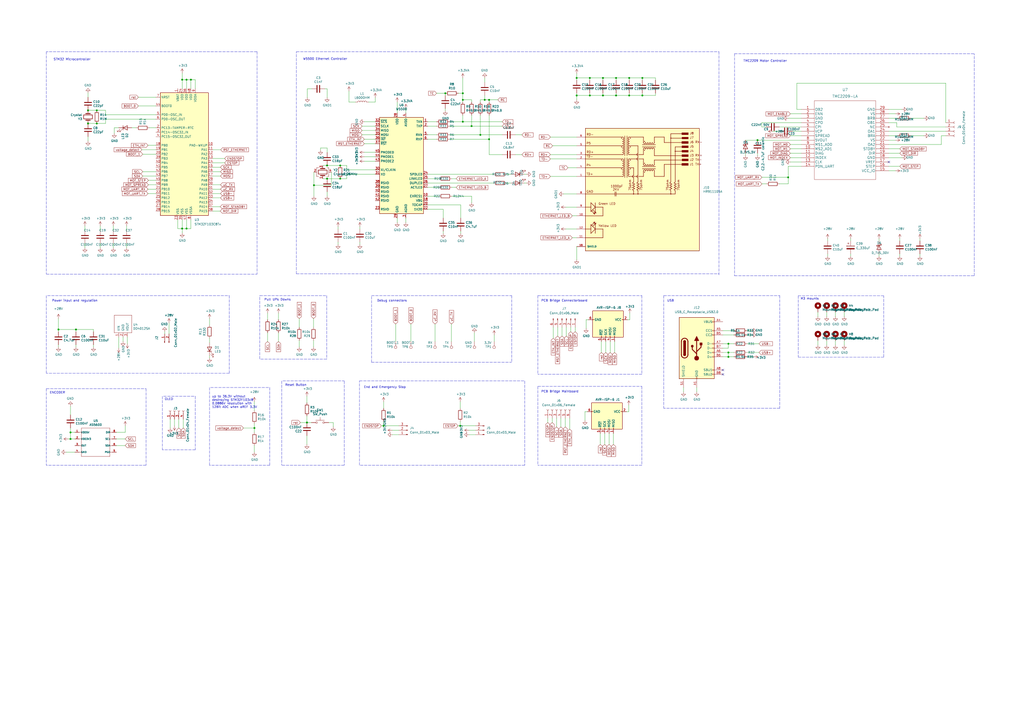
<source format=kicad_sch>
(kicad_sch (version 20211123) (generator eeschema)
  (paper "A2")
  (title_block (title "ETHERSWEEP 4") (rev "4.0.1") (company "github.com/neumi"))
  (junction (at 40.894 250.825))
  (junction (at 422.529 204.47))
  (junction (at 222.504 247.015))
  (junction (at 268.478 57.912))
  (junction (at 281.178 57.912))
  (junction (at 105.664 46.228))
  (junction (at 108.204 46.228))
  (junction (at 422.529 207.01))
  (junction (at 105.664 132.588))
  (junction (at 56.134 64.008))
  (junction (at 357.378 55.372))
  (junction (at 283.718 57.912))
  (junction (at 457.2 102.87))
  (junction (at 51.054 71.628))
  (junction (at 422.529 199.39))
  (junction (at 334.518 45.212))
  (junction (at 266.954 247.015))
  (junction (at 197.358 103.632))
  (junction (at 268.478 54.102))
  (junction (at 110.744 46.228))
  (junction (at 342.138 55.372))
  (junction (at 283.718 80.772))
  (junction (at 273.558 73.152))
  (junction (at 189.738 103.632))
  (junction (at 372.618 55.372))
  (junction (at 182.118 107.442))
  (junction (at 364.998 45.212))
  (junction (at 51.054 64.008))
  (junction (at 44.069 191.135))
  (junction (at 349.758 45.212))
  (junction (at 342.138 45.212))
  (junction (at 364.998 55.372))
  (junction (at 33.909 191.135))
  (junction (at 349.758 55.372))
  (junction (at 357.378 45.212))
  (junction (at 108.204 132.588))
  (junction (at 278.638 78.232))
  (junction (at 372.618 45.212))
  (junction (at 178.054 245.11))
  (junction (at 439.42 81.28))
  (junction (at 258.318 54.102))
  (junction (at 189.738 96.012))
  (junction (at 334.518 55.372))
  (junction (at 56.134 71.628))
  (junction (at 197.358 96.012))
  (junction (at 268.478 70.612))
  (junction (at 40.894 254.635))
  (junction (at 147.574 248.285))
  (no_connect (at 515.62 93.98))
  (no_connect (at 419.354 217.17))
  (no_connect (at 419.354 214.63))
  (wire (pts (xy 348.869 198.12) (xy 348.869 204.47)))
  (wire (pts (xy 105.664 46.228) (xy 105.664 42.418)))
  (wire (pts (xy 452.12 106.68) (xy 457.2 106.68)))
  (wire (pts (xy 275.844 249.555) (xy 272.034 249.555)))
  (wire (pts (xy 254.508 113.792) (xy 248.158 113.792)))
  (wire (pts (xy 323.469 194.945) (xy 323.469 189.865)))
  (wire (pts (xy 51.054 79.248) (xy 51.054 81.788)))
  (wire (pts (xy 211.328 88.392) (xy 217.678 88.392)))
  (polyline (pts (xy 113.284 260.985) (xy 94.234 260.985)))
  (polyline (pts (xy 150.749 208.28) (xy 150.749 171.45)))
  (wire (pts (xy 546.1 83.82) (xy 546.1 78.74)))
  (wire (pts (xy 67.564 254.635) (xy 72.644 254.635)))
  (wire (pts (xy 273.558 73.152) (xy 291.338 73.152)))
  (wire (pts (xy 82.804 99.568) (xy 90.424 99.568)))
  (wire (pts (xy 101.219 243.205) (xy 101.219 247.015)))
  (wire (pts (xy 106.299 248.285) (xy 106.299 243.205)))
  (wire (pts (xy 189.738 103.632) (xy 197.358 103.632)))
  (wire (pts (xy 333.629 192.405) (xy 333.629 189.865)))
  (wire (pts (xy 364.998 46.482) (xy 364.998 45.212)))
  (polyline (pts (xy 94.234 229.87) (xy 94.234 260.985)))
  (polyline (pts (xy 171.958 29.972) (xy 417.068 29.972)))
  (wire (pts (xy 82.804 89.408) (xy 90.424 89.408)))
  (wire (pts (xy 515.62 88.9) (xy 521.97 88.9)))
  (wire (pts (xy 217.678 101.092) (xy 201.168 101.092)))
  (polyline (pts (xy 156.464 269.875) (xy 121.539 269.875)))
  (wire (pts (xy 267.208 134.112) (xy 267.208 135.382)))
  (wire (pts (xy 40.894 250.825) (xy 43.434 250.825)))
  (wire (pts (xy 265.684 247.015) (xy 266.954 247.015)))
  (wire (pts (xy 334.518 42.672) (xy 334.518 45.212)))
  (wire (pts (xy 326.009 194.945) (xy 326.009 189.865)))
  (wire (pts (xy 364.998 54.102) (xy 364.998 55.372)))
  (wire (pts (xy 260.858 73.152) (xy 273.558 73.152)))
  (wire (pts (xy 520.192 73.66) (xy 520.192 71.12)))
  (wire (pts (xy 357.378 55.372) (xy 364.998 55.372)))
  (wire (pts (xy 253.238 80.772) (xy 248.158 80.772)))
  (wire (pts (xy 474.472 197.612) (xy 474.472 200.152)))
  (polyline (pts (xy 84.709 225.425) (xy 84.709 269.875)))
  (wire (pts (xy 521.97 147.32) (xy 521.97 148.59)))
  (wire (pts (xy 484.632 197.612) (xy 484.632 200.152)))
  (wire (pts (xy 82.804 102.108) (xy 90.424 102.108)))
  (wire (pts (xy 520.7 68.58) (xy 515.62 68.58)))
  (wire (pts (xy 330.454 242.57) (xy 330.454 248.92)))
  (wire (pts (xy 419.354 191.77) (xy 425.704 191.77)))
  (polyline (pts (xy 463.042 171.577) (xy 463.042 207.137)))
  (wire (pts (xy 202.438 52.832) (xy 202.438 59.182)))
  (polyline (pts (xy 26.924 225.425) (xy 84.709 225.425)))
  (polyline (pts (xy 296.799 171.45) (xy 296.799 210.185)))
  (wire (pts (xy 201.168 96.012) (xy 197.358 96.012)))
  (wire (pts (xy 258.318 55.372) (xy 258.318 54.102)))
  (wire (pts (xy 123.444 114.808) (xy 127.889 114.808)))
  (wire (pts (xy 123.444 122.428) (xy 127.762 122.428)))
  (polyline (pts (xy 121.539 224.79) (xy 121.539 269.875)))
  (wire (pts (xy 380.238 55.372) (xy 380.238 54.102)))
  (wire (pts (xy 349.758 45.212) (xy 342.138 45.212)))
  (wire (pts (xy 248.158 118.872) (xy 267.208 118.872)))
  (wire (pts (xy 123.444 94.488) (xy 130.302 94.488)))
  (wire (pts (xy 121.539 206.375) (xy 121.539 207.645)))
  (wire (pts (xy 372.618 45.212) (xy 364.998 45.212)))
  (wire (pts (xy 356.489 198.12) (xy 356.489 204.47)))
  (wire (pts (xy 258.318 62.992) (xy 258.318 64.262)))
  (wire (pts (xy 253.238 54.102) (xy 258.318 54.102)))
  (wire (pts (xy 422.529 207.01) (xy 425.704 207.01)))
  (polyline (pts (xy 163.449 220.98) (xy 163.449 269.875)))
  (wire (pts (xy 56.134 64.008) (xy 61.214 64.008)))
  (polyline (pts (xy 565.15 160.02) (xy 565.15 31.115)))
  (wire (pts (xy 217.678 83.312) (xy 211.328 83.312)))
  (polyline (pts (xy 426.085 31.115) (xy 565.15 31.115)))
  (wire (pts (xy 319.278 89.662) (xy 334.518 89.662)))
  (wire (pts (xy 283.718 66.802) (xy 283.718 80.772)))
  (wire (pts (xy 281.178 45.212) (xy 281.178 47.752)))
  (wire (pts (xy 201.168 98.552) (xy 217.678 98.552)))
  (wire (pts (xy 441.96 71.12) (xy 441.96 73.66)))
  (wire (pts (xy 108.204 127.508) (xy 108.204 132.588)))
  (wire (pts (xy 187.198 96.012) (xy 189.738 96.012)))
  (wire (pts (xy 331.089 192.405) (xy 331.089 189.865)))
  (wire (pts (xy 98.044 193.675) (xy 98.044 187.325)))
  (wire (pts (xy 110.744 132.588) (xy 108.204 132.588)))
  (wire (pts (xy 419.354 207.01) (xy 422.529 207.01)))
  (wire (pts (xy 61.214 66.548) (xy 90.424 66.548)))
  (wire (pts (xy 268.478 70.612) (xy 291.338 70.612)))
  (wire (pts (xy 61.214 64.008) (xy 61.214 66.548)))
  (wire (pts (xy 286.639 198.12) (xy 286.639 194.31)))
  (wire (pts (xy 201.168 101.092) (xy 201.168 103.632)))
  (wire (pts (xy 283.718 89.662) (xy 291.338 89.662)))
  (wire (pts (xy 364.744 238.76) (xy 364.744 234.95)))
  (wire (pts (xy 293.878 106.172) (xy 296.418 106.172)))
  (polyline (pts (xy 426.085 31.115) (xy 426.085 160.02)))
  (wire (pts (xy 210.058 78.232) (xy 217.678 78.232)))
  (wire (pts (xy 210.058 75.692) (xy 217.678 75.692)))
  (wire (pts (xy 404.114 224.79) (xy 404.114 227.33)))
  (wire (pts (xy 334.518 143.002) (xy 334.518 150.622)))
  (wire (pts (xy 86.106 107.188) (xy 90.424 107.188)))
  (wire (pts (xy 161.544 185.42) (xy 161.544 181.61)))
  (wire (pts (xy 103.759 243.205) (xy 103.759 248.285)))
  (wire (pts (xy 452.12 73.66) (xy 464.82 73.66)))
  (wire (pts (xy 334.518 45.212) (xy 334.518 46.482)))
  (wire (pts (xy 322.834 242.57) (xy 322.834 247.65)))
  (wire (pts (xy 432.435 88.9) (xy 432.435 90.17)))
  (wire (pts (xy 222.504 247.015) (xy 222.504 244.475)))
  (wire (pts (xy 192.278 107.442) (xy 182.118 107.442)))
  (wire (pts (xy 178.054 241.3) (xy 178.054 245.11)))
  (polyline (pts (xy 171.958 158.877) (xy 417.068 158.877)))
  (wire (pts (xy 458.47 86.36) (xy 464.82 86.36)))
  (wire (pts (xy 464.82 76.2) (xy 459.74 76.2)))
  (wire (pts (xy 441.96 106.68) (xy 444.5 106.68)))
  (polyline (pts (xy 208.534 220.98) (xy 304.419 220.98)))
  (wire (pts (xy 262.128 103.632) (xy 264.668 103.632)))
  (wire (pts (xy 110.744 127.508) (xy 110.744 132.588)))
  (wire (pts (xy 66.294 74.168) (xy 66.294 77.343)))
  (polyline (pts (xy 417.068 29.972) (xy 417.068 159.512)))
  (wire (pts (xy 33.909 200.025) (xy 33.909 201.295)))
  (wire (pts (xy 123.444 97.028) (xy 127.889 97.028)))
  (polyline (pts (xy 312.039 171.45) (xy 312.039 217.17)))
  (wire (pts (xy 266.954 247.015) (xy 266.954 244.475)))
  (wire (pts (xy 328.549 189.865) (xy 328.549 194.945)))
  (wire (pts (xy 65.786 141.224) (xy 65.786 143.764)))
  (wire (pts (xy 49.276 131.064) (xy 49.276 133.604)))
  (wire (pts (xy 339.979 185.42) (xy 339.979 190.5)))
  (wire (pts (xy 320.548 84.582) (xy 334.518 84.582)))
  (wire (pts (xy 334.518 112.522) (xy 326.898 112.522)))
  (wire (pts (xy 317.754 245.11) (xy 317.754 242.57)))
  (wire (pts (xy 213.868 59.182) (xy 217.678 59.182)))
  (wire (pts (xy 325.374 247.65) (xy 325.374 242.57)))
  (polyline (pts (xy 26.924 29.972) (xy 26.924 159.004)))
  (wire (pts (xy 189.738 85.852) (xy 185.928 85.852)))
  (wire (pts (xy 268.478 59.182) (xy 268.478 57.912)))
  (wire (pts (xy 515.62 81.28) (xy 519.43 81.28)))
  (wire (pts (xy 90.424 112.268) (xy 85.852 112.268)))
  (wire (pts (xy 351.409 198.12) (xy 351.409 204.47)))
  (wire (pts (xy 257.048 134.112) (xy 257.048 135.382)))
  (wire (pts (xy 182.118 99.822) (xy 182.118 107.442)))
  (wire (pts (xy 227.584 252.095) (xy 231.394 252.095)))
  (wire (pts (xy 342.138 45.212) (xy 334.518 45.212)))
  (wire (pts (xy 66.294 74.168) (xy 68.834 74.168)))
  (wire (pts (xy 493.395 147.32) (xy 493.395 148.59)))
  (wire (pts (xy 221.234 247.015) (xy 222.504 247.015)))
  (wire (pts (xy 229.489 187.96) (xy 229.489 198.12)))
  (wire (pts (xy 364.998 45.212) (xy 357.378 45.212)))
  (wire (pts (xy 515.62 86.36) (xy 521.97 86.36)))
  (wire (pts (xy 464.82 91.44) (xy 458.47 91.44)))
  (wire (pts (xy 155.194 185.42) (xy 155.194 181.61)))
  (wire (pts (xy 462.28 63.5) (xy 462.28 48.26)))
  (wire (pts (xy 283.718 57.912) (xy 288.798 57.912)))
  (polyline (pts (xy 149.098 29.972) (xy 26.924 29.972)))
  (wire (pts (xy 457.2 96.52) (xy 457.2 102.87)))
  (wire (pts (xy 464.82 96.52) (xy 457.2 96.52)))
  (polyline (pts (xy 372.364 217.17) (xy 312.039 217.17)))
  (wire (pts (xy 349.758 54.102) (xy 349.758 55.372)))
  (wire (pts (xy 178.308 56.642) (xy 178.308 51.562)))
  (wire (pts (xy 304.038 106.172) (xy 305.308 106.172)))
  (polyline (pts (xy 215.519 210.185) (xy 296.799 210.185)))
  (wire (pts (xy 51.054 56.388) (xy 51.054 53.848)))
  (wire (pts (xy 40.894 248.285) (xy 40.894 250.825)))
  (wire (pts (xy 40.894 240.665) (xy 40.894 235.585)))
  (wire (pts (xy 357.378 46.482) (xy 357.378 45.212)))
  (wire (pts (xy 334.518 137.922) (xy 331.978 137.922)))
  (polyline (pts (xy 189.484 171.45) (xy 189.484 208.28)))
  (wire (pts (xy 201.168 96.012) (xy 201.168 98.552)))
  (wire (pts (xy 105.664 132.588) (xy 103.124 132.588)))
  (wire (pts (xy 65.786 131.064) (xy 65.786 133.604)))
  (polyline (pts (xy 113.284 229.87) (xy 113.284 260.985)))
  (polyline (pts (xy 208.534 269.875) (xy 208.534 220.98)))
  (wire (pts (xy 422.529 204.47) (xy 425.704 204.47)))
  (wire (pts (xy 283.718 80.772) (xy 283.718 89.662)))
  (wire (pts (xy 262.128 108.712) (xy 264.668 108.712)))
  (wire (pts (xy 372.618 54.102) (xy 372.618 55.372)))
  (wire (pts (xy 43.434 254.635) (xy 40.894 254.635)))
  (wire (pts (xy 298.958 78.232) (xy 302.768 78.232)))
  (polyline (pts (xy 372.364 171.45) (xy 372.364 217.17)))
  (polyline (pts (xy 215.519 210.185) (xy 215.519 171.45)))
  (wire (pts (xy 320.294 245.11) (xy 320.294 242.57)))
  (wire (pts (xy 95.504 193.675) (xy 95.504 192.405)))
  (wire (pts (xy 433.324 204.47) (xy 440.309 204.47)))
  (wire (pts (xy 188.468 51.562) (xy 189.738 51.562)))
  (wire (pts (xy 546.1 78.74) (xy 548.64 78.74)))
  (polyline (pts (xy 372.364 269.875) (xy 312.039 269.875)))
  (wire (pts (xy 364.744 238.76) (xy 363.474 238.76)))
  (wire (pts (xy 147.574 248.285) (xy 147.574 250.825)))
  (wire (pts (xy 268.478 54.102) (xy 268.478 57.912)))
  (polyline (pts (xy 385.064 171.45) (xy 452.374 171.45)))
  (wire (pts (xy 439.42 88.9) (xy 439.42 90.17)))
  (wire (pts (xy 319.278 92.202) (xy 334.518 92.202)))
  (wire (pts (xy 334.518 55.372) (xy 334.518 57.912)))
  (polyline (pts (xy 27.559 171.45) (xy 132.969 171.45)))
  (polyline (pts (xy 156.464 224.79) (xy 156.464 269.875)))
  (wire (pts (xy 44.069 191.135) (xy 44.069 192.405)))
  (wire (pts (xy 422.529 201.93) (xy 422.529 199.39)))
  (polyline (pts (xy 312.039 171.45) (xy 372.364 171.45)))
  (wire (pts (xy 110.744 46.228) (xy 113.284 46.228)))
  (wire (pts (xy 432.435 81.28) (xy 439.42 81.28)))
  (polyline (pts (xy 26.924 171.45) (xy 26.924 216.535)))
  (wire (pts (xy 365.379 185.42) (xy 365.379 181.61)))
  (polyline (pts (xy 94.869 229.87) (xy 113.284 229.87)))
  (wire (pts (xy 457.2 102.87) (xy 457.2 106.68)))
  (wire (pts (xy 273.558 57.912) (xy 273.558 59.182)))
  (wire (pts (xy 548.64 48.26) (xy 548.64 71.12)))
  (wire (pts (xy 123.444 99.568) (xy 127.889 99.568)))
  (wire (pts (xy 268.478 45.212) (xy 268.478 54.102)))
  (polyline (pts (xy 199.644 220.98) (xy 199.644 269.875)))
  (wire (pts (xy 178.054 233.68) (xy 178.054 229.87)))
  (wire (pts (xy 174.244 245.11) (xy 178.054 245.11)))
  (wire (pts (xy 329.438 97.282) (xy 334.518 97.282)))
  (wire (pts (xy 193.294 245.11) (xy 193.294 247.65)))
  (wire (pts (xy 217.678 70.612) (xy 211.328 70.612)))
  (wire (pts (xy 33.909 191.135) (xy 44.069 191.135)))
  (wire (pts (xy 298.958 89.662) (xy 302.768 89.662)))
  (wire (pts (xy 372.618 46.482) (xy 372.618 45.212)))
  (wire (pts (xy 357.378 54.102) (xy 357.378 55.372)))
  (wire (pts (xy 72.644 250.825) (xy 72.644 247.015)))
  (wire (pts (xy 278.638 78.232) (xy 291.338 78.232)))
  (wire (pts (xy 33.909 191.135) (xy 33.909 184.785)))
  (wire (pts (xy 474.472 181.102) (xy 474.472 183.642)))
  (wire (pts (xy 515.62 91.44) (xy 523.24 91.44)))
  (wire (pts (xy 350.774 251.46) (xy 350.774 257.81)))
  (wire (pts (xy 192.278 99.822) (xy 192.278 107.442)))
  (polyline (pts (xy 426.085 160.02) (xy 565.15 160.02)))
  (wire (pts (xy 123.444 91.948) (xy 130.302 91.948)))
  (wire (pts (xy 515.62 66.04) (xy 519.43 66.04)))
  (wire (pts (xy 43.434 262.255) (xy 38.354 262.255)))
  (wire (pts (xy 54.229 200.025) (xy 54.229 201.295)))
  (wire (pts (xy 521.97 138.43) (xy 521.97 139.7)))
  (wire (pts (xy 73.406 131.064) (xy 73.406 133.604)))
  (wire (pts (xy 262.128 113.792) (xy 273.558 113.792)))
  (polyline (pts (xy 149.098 29.972) (xy 149.098 159.004)))
  (wire (pts (xy 493.395 138.43) (xy 493.395 139.7)))
  (wire (pts (xy 252.349 198.12) (xy 252.349 187.96)))
  (wire (pts (xy 51.054 71.628) (xy 56.134 71.628)))
  (wire (pts (xy 520.192 71.12) (xy 515.62 71.12)))
  (wire (pts (xy 185.928 85.852) (xy 185.928 87.122)))
  (wire (pts (xy 419.354 199.39) (xy 422.529 199.39)))
  (wire (pts (xy 260.858 78.232) (xy 278.638 78.232)))
  (wire (pts (xy 319.278 102.362) (xy 334.518 102.362)))
  (wire (pts (xy 334.518 54.102) (xy 334.518 55.372)))
  (wire (pts (xy 108.204 46.228) (xy 108.204 51.308)))
  (wire (pts (xy 464.82 81.28) (xy 439.42 81.28)))
  (wire (pts (xy 110.744 46.228) (xy 110.744 51.308)))
  (wire (pts (xy 353.314 257.81) (xy 353.314 251.46)))
  (polyline (pts (xy 463.042 171.577) (xy 512.572 171.577)))
  (wire (pts (xy 521.97 96.52) (xy 515.62 96.52)))
  (wire (pts (xy 464.82 83.82) (xy 458.47 83.82)))
  (wire (pts (xy 452.12 76.2) (xy 448.31 76.2)))
  (wire (pts (xy 222.504 247.015) (xy 231.394 247.015)))
  (wire (pts (xy 73.914 195.58) (xy 73.914 199.39)))
  (wire (pts (xy 515.62 99.06) (xy 519.43 99.06)))
  (wire (pts (xy 61.214 69.088) (xy 61.214 71.628)))
  (wire (pts (xy 479.552 197.612) (xy 479.552 200.152)))
  (polyline (pts (xy 164.084 220.98) (xy 199.644 220.98)))
  (wire (pts (xy 105.664 46.228) (xy 108.204 46.228)))
  (wire (pts (xy 202.438 59.182) (xy 206.248 59.182)))
  (wire (pts (xy 123.444 109.728) (xy 127.889 109.728)))
  (wire (pts (xy 357.378 45.212) (xy 349.758 45.212)))
  (wire (pts (xy 217.678 59.182) (xy 217.678 56.642)))
  (wire (pts (xy 278.638 59.182) (xy 278.638 57.912)))
  (wire (pts (xy 319.278 79.502) (xy 334.518 79.502)))
  (wire (pts (xy 161.544 198.12) (xy 161.544 193.04)))
  (wire (pts (xy 40.894 254.635) (xy 39.624 254.635)))
  (wire (pts (xy 348.234 251.46) (xy 348.234 257.81)))
  (polyline (pts (xy 304.419 220.98) (xy 304.419 269.875)))
  (wire (pts (xy 380.238 45.212) (xy 372.618 45.212)))
  (wire (pts (xy 464.82 63.5) (xy 462.28 63.5)))
  (wire (pts (xy 484.632 181.102) (xy 484.632 183.642)))
  (wire (pts (xy 123.444 102.108) (xy 127.889 102.108)))
  (wire (pts (xy 353.949 204.47) (xy 353.949 198.12)))
  (wire (pts (xy 103.124 132.588) (xy 103.124 127.508)))
  (wire (pts (xy 78.994 74.168) (xy 76.454 74.168)))
  (wire (pts (xy 266.954 236.855) (xy 266.954 233.045)))
  (wire (pts (xy 278.638 66.802) (xy 278.638 78.232)))
  (wire (pts (xy 123.444 86.868) (xy 128.016 86.868)))
  (wire (pts (xy 178.308 51.562) (xy 180.848 51.562)))
  (wire (pts (xy 230.378 59.182) (xy 230.378 65.532)))
  (wire (pts (xy 248.158 101.092) (xy 286.258 101.092)))
  (wire (pts (xy 73.406 141.224) (xy 73.406 143.764)))
  (wire (pts (xy 208.788 140.462) (xy 208.788 141.732)))
  (wire (pts (xy 281.178 55.372) (xy 281.178 57.912)))
  (wire (pts (xy 433.324 191.77) (xy 435.864 191.77)))
  (wire (pts (xy 33.909 191.135) (xy 33.909 192.405)))
  (wire (pts (xy 265.938 54.102) (xy 268.478 54.102)))
  (wire (pts (xy 189.738 96.012) (xy 197.358 96.012)))
  (wire (pts (xy 68.834 195.58) (xy 68.834 201.93)))
  (wire (pts (xy 67.564 250.825) (xy 72.644 250.825)))
  (wire (pts (xy 433.324 207.01) (xy 437.134 207.01)))
  (wire (pts (xy 441.96 102.87) (xy 457.2 102.87)))
  (wire (pts (xy 80.264 61.468) (xy 90.424 61.468)))
  (wire (pts (xy 90.424 109.728) (xy 85.852 109.728)))
  (wire (pts (xy 80.264 56.388) (xy 90.424 56.388)))
  (wire (pts (xy 108.204 46.228) (xy 110.744 46.228)))
  (wire (pts (xy 464.82 66.04) (xy 458.47 66.04)))
  (wire (pts (xy 208.788 131.572) (xy 208.788 132.842)))
  (wire (pts (xy 222.504 236.855) (xy 222.504 233.045)))
  (wire (pts (xy 173.609 184.785) (xy 173.609 189.865)))
  (wire (pts (xy 121.539 188.595) (xy 121.539 184.785)))
  (polyline (pts (xy 150.749 171.45) (xy 189.484 171.45)))
  (wire (pts (xy 267.208 118.872) (xy 267.208 126.492)))
  (wire (pts (xy 433.324 199.39) (xy 440.309 199.39)))
  (wire (pts (xy 90.424 86.868) (xy 82.296 86.868)))
  (wire (pts (xy 464.82 88.9) (xy 458.47 88.9)))
  (wire (pts (xy 396.494 224.79) (xy 396.494 227.33)))
  (wire (pts (xy 187.198 103.632) (xy 189.738 103.632)))
  (wire (pts (xy 40.894 254.635) (xy 40.894 250.825)))
  (wire (pts (xy 520.7 78.74) (xy 515.62 78.74)))
  (wire (pts (xy 441.96 73.66) (xy 444.5 73.66)))
  (polyline (pts (xy 512.572 207.137) (xy 512.572 171.577)))
  (wire (pts (xy 422.529 204.47) (xy 422.529 207.01)))
  (wire (pts (xy 248.158 106.172) (xy 286.258 106.172)))
  (wire (pts (xy 334.518 125.222) (xy 331.978 125.222)))
  (wire (pts (xy 464.82 71.12) (xy 441.96 71.12)))
  (wire (pts (xy 189.738 88.392) (xy 189.738 85.852)))
  (polyline (pts (xy 189.484 208.28) (xy 150.749 208.28)))
  (polyline (pts (xy 312.039 224.155) (xy 372.364 224.155)))
  (wire (pts (xy 230.378 126.492) (xy 230.378 129.032)))
  (wire (pts (xy 533.654 138.43) (xy 533.654 139.7)))
  (wire (pts (xy 281.178 57.912) (xy 283.718 57.912)))
  (wire (pts (xy 147.574 258.445) (xy 147.574 262.255)))
  (wire (pts (xy 248.158 70.612) (xy 253.238 70.612)))
  (wire (pts (xy 304.038 101.092) (xy 305.308 101.092)))
  (wire (pts (xy 86.106 104.648) (xy 90.424 104.648)))
  (wire (pts (xy 327.914 247.65) (xy 327.914 242.57)))
  (polyline (pts (xy 215.519 171.45) (xy 296.799 171.45)))
  (wire (pts (xy 462.28 48.26) (xy 548.64 48.26)))
  (wire (pts (xy 71.374 195.58) (xy 71.374 198.12)))
  (wire (pts (xy 51.054 64.008) (xy 56.134 64.008)))
  (wire (pts (xy 419.354 204.47) (xy 422.529 204.47)))
  (wire (pts (xy 105.664 46.228) (xy 105.664 51.308)))
  (wire (pts (xy 283.718 57.912) (xy 283.718 59.182)))
  (wire (pts (xy 235.458 126.492) (xy 235.458 129.032)))
  (wire (pts (xy 56.134 71.628) (xy 61.214 71.628)))
  (wire (pts (xy 364.998 55.372) (xy 372.618 55.372)))
  (wire (pts (xy 422.529 199.39) (xy 425.704 199.39)))
  (wire (pts (xy 260.858 80.772) (xy 283.718 80.772)))
  (wire (pts (xy 520.192 73.66) (xy 548.64 73.66)))
  (wire (pts (xy 528.32 78.74) (xy 535.94 78.74)))
  (wire (pts (xy 211.328 90.932) (xy 217.678 90.932)))
  (polyline (pts (xy 84.709 269.875) (xy 26.924 269.875)))
  (wire (pts (xy 58.166 131.064) (xy 58.166 133.604)))
  (wire (pts (xy 266.954 247.015) (xy 275.844 247.015)))
  (wire (pts (xy 278.638 57.912) (xy 281.178 57.912)))
  (wire (pts (xy 235.458 62.992) (xy 235.458 65.532)))
  (polyline (pts (xy 385.064 171.45) (xy 385.064 236.855)))
  (polyline (pts (xy 372.364 224.155) (xy 372.364 269.875)))
  (wire (pts (xy 211.328 93.472) (xy 217.678 93.472)))
  (wire (pts (xy 54.229 191.135) (xy 54.229 192.405)))
  (wire (pts (xy 509.905 138.43) (xy 509.905 139.7)))
  (wire (pts (xy 58.166 141.224) (xy 58.166 143.764)))
  (wire (pts (xy 238.379 187.96) (xy 238.379 198.12)))
  (wire (pts (xy 182.118 107.442) (xy 182.118 113.792)))
  (wire (pts (xy 464.82 78.74) (xy 458.47 78.74)))
  (wire (pts (xy 261.874 187.96) (xy 261.874 198.12)))
  (wire (pts (xy 334.518 55.372) (xy 342.138 55.372)))
  (wire (pts (xy 44.069 200.025) (xy 44.069 201.295)))
  (polyline (pts (xy 312.039 224.155) (xy 312.039 269.875)))
  (wire (pts (xy 272.034 252.095) (xy 275.844 252.095)))
  (wire (pts (xy 196.088 131.572) (xy 196.088 132.842)))
  (wire (pts (xy 339.344 238.76) (xy 339.344 243.84)))
  (wire (pts (xy 61.214 69.088) (xy 90.424 69.088)))
  (wire (pts (xy 123.444 107.188) (xy 127.889 107.188)))
  (wire (pts (xy 196.088 140.462) (xy 196.088 141.732)))
  (wire (pts (xy 98.679 243.205) (xy 98.679 248.285)))
  (wire (pts (xy 268.478 66.802) (xy 268.478 70.612)))
  (wire (pts (xy 231.394 249.555) (xy 227.584 249.555)))
  (wire (pts (xy 105.664 132.588) (xy 105.664 135.128)))
  (wire (pts (xy 528.32 68.58) (xy 535.94 68.58)))
  (polyline (pts (xy 26.924 159.004) (xy 149.098 159.004)))
  (wire (pts (xy 273.558 113.792) (xy 273.558 117.602)))
  (wire (pts (xy 342.138 46.482) (xy 342.138 45.212)))
  (wire (pts (xy 342.138 54.102) (xy 342.138 55.372)))
  (wire (pts (xy 275.209 198.12) (xy 275.209 193.04)))
  (polyline (pts (xy 171.958 158.877) (xy 171.958 29.972)))
  (polyline (pts (xy 122.174 224.79) (xy 156.464 224.79)))
  (wire (pts (xy 372.618 55.372) (xy 380.238 55.372)))
  (polyline (pts (xy 304.419 269.875) (xy 208.534 269.875)))
  (polyline (pts (xy 452.374 171.45) (xy 452.374 236.855)))
  (wire (pts (xy 341.249 185.42) (xy 339.979 185.42)))
  (wire (pts (xy 155.194 193.04) (xy 155.194 198.12)))
  (wire (pts (xy 464.82 93.98) (xy 458.47 93.98)))
  (wire (pts (xy 479.552 181.102) (xy 479.552 183.642)))
  (polyline (pts (xy 452.374 236.855) (xy 385.064 236.855)))
  (wire (pts (xy 515.62 76.2) (xy 548.64 76.2)))
  (wire (pts (xy 90.424 84.328) (xy 85.852 84.328)))
  (wire (pts (xy 105.664 127.508) (xy 105.664 132.588)))
  (polyline (pts (xy 463.042 207.137) (xy 512.572 207.137)))
  (polyline (pts (xy 26.924 225.425) (xy 26.924 269.875)))
  (wire (pts (xy 90.424 74.168) (xy 86.614 74.168)))
  (wire (pts (xy 178.054 252.73) (xy 178.054 257.81)))
  (wire (pts (xy 480.06 147.32) (xy 480.06 148.59)))
  (wire (pts (xy 147.574 238.125) (xy 147.574 233.045)))
  (wire (pts (xy 189.738 51.562) (xy 189.738 56.642)))
  (wire (pts (xy 257.048 121.412) (xy 257.048 126.492)))
  (wire (pts (xy 273.558 66.802) (xy 273.558 73.152)))
  (wire (pts (xy 509.905 147.32) (xy 509.905 148.59)))
  (wire (pts (xy 464.82 68.58) (xy 457.2 68.58)))
  (wire (pts (xy 515.62 83.82) (xy 546.1 83.82)))
  (wire (pts (xy 123.444 112.268) (xy 127.889 112.268)))
  (wire (pts (xy 349.758 55.372) (xy 357.378 55.372)))
  (wire (pts (xy 105.664 132.588) (xy 108.204 132.588)))
  (wire (pts (xy 365.379 185.42) (xy 364.109 185.42)))
  (wire (pts (xy 355.854 251.46) (xy 355.854 257.81)))
  (wire (pts (xy 293.878 101.092) (xy 296.418 101.092)))
  (wire (pts (xy 515.62 63.5) (xy 523.24 63.5)))
  (wire (pts (xy 268.478 57.912) (xy 273.558 57.912)))
  (polyline (pts (xy 199.644 269.875) (xy 163.449 269.875)))
  (wire (pts (xy 340.614 238.76) (xy 339.344 238.76)))
  (wire (pts (xy 380.238 46.482) (xy 380.238 45.212)))
  (wire (pts (xy 197.358 103.632) (xy 201.168 103.632)))
  (wire (pts (xy 489.712 181.102) (xy 489.712 183.642)))
  (wire (pts (xy 480.06 138.43) (xy 480.06 139.7)))
  (wire (pts (xy 419.354 201.93) (xy 422.529 201.93)))
  (wire (pts (xy 433.324 194.31) (xy 435.864 194.31)))
  (wire (pts (xy 328.168 120.142) (xy 334.518 120.142)))
  (wire (pts (xy 419.354 194.31) (xy 425.704 194.31)))
  (wire (pts (xy 320.929 189.865) (xy 320.929 196.215)))
  (wire (pts (xy 248.158 103.632) (xy 254.508 103.632)))
  (wire (pts (xy 44.069 191.135) (xy 54.229 191.135)))
  (wire (pts (xy 127.762 119.888) (xy 123.444 119.888)))
  (wire (pts (xy 49.276 141.224) (xy 49.276 143.764)))
  (wire (pts (xy 181.864 189.865) (xy 181.864 184.785)))
  (wire (pts (xy 113.284 46.228) (xy 113.284 51.308)))
  (wire (pts (xy 489.712 197.612) (xy 489.712 200.152)))
  (wire (pts (xy 72.644 258.445) (xy 67.564 258.445)))
  (wire (pts (xy 190.754 245.11) (xy 193.294 245.11)))
  (wire (pts (xy 260.858 70.612) (xy 268.478 70.612)))
  (wire (pts (xy 173.609 197.485) (xy 173.609 201.295)))
  (wire (pts (xy 181.864 197.485) (xy 181.864 201.295)))
  (wire (pts (xy 342.138 55.372) (xy 349.758 55.372)))
  (wire (pts (xy 141.224 248.285) (xy 147.574 248.285)))
  (wire (pts (xy 178.054 245.11) (xy 180.594 245.11)))
  (wire (pts (xy 248.158 108.712) (xy 254.508 108.712)))
  (wire (pts (xy 189.738 111.252) (xy 189.738 113.792)))
  (wire (pts (xy 210.058 73.152) (xy 217.678 73.152)))
  (wire (pts (xy 248.158 78.232) (xy 253.238 78.232)))
  (wire (pts (xy 253.238 73.152) (xy 248.158 73.152)))
  (wire (pts (xy 328.168 132.842) (xy 334.518 132.842)))
  (polyline (pts (xy 132.969 171.45) (xy 132.969 216.535)))
  (wire (pts (xy 248.158 121.412) (xy 257.048 121.412)))
  (wire (pts (xy 121.539 196.215) (xy 121.539 198.755)))
  (wire (pts (xy 349.758 46.482) (xy 349.758 45.212)))
  (wire (pts (xy 217.678 80.772) (xy 211.328 80.772)))
  (wire (pts (xy 147.574 245.745) (xy 147.574 248.285)))
  (wire (pts (xy 533.654 147.32) (xy 533.654 148.59)))
  (polyline (pts (xy 132.969 216.535) (xy 26.924 216.535)))
  (text "USB" (at 386.969 175.26 0) (effects (font (size 1.27 1.27)) (justify left bottom)))
  (text "W5500 Ethernet Controller" (at 175.768 35.052 0) (effects (font (size 1.27 1.27)) (justify left bottom)))
  (text "M3 mounts" (at 464.312 174.117 0) (effects (font (size 1.27 1.27)) (justify left bottom)))
  (text "OLED" (at 95.504 232.41 0) (effects (font (size 1.27 1.27)) (justify left bottom)))
  (text "End and Emergency Stop" (at 211.074 225.425 0) (effects (font (size 1.27 1.27)) (justify left bottom)))
  (text "Power input and regulation" (at 30.099 175.26 0) (effects (font (size 1.27 1.27)) (justify left bottom)))
  (text "PCB Bridge Connectorboard" (at 313.944 175.26 0) (effects (font (size 1.27 1.27)) (justify left bottom)))
  (text "ENCODER" (at 28.829 228.6 0) (effects (font (size 1.27 1.27)) (justify left bottom)))
  (text "TMC2209 Motor Controller" (at 431.165 36.195 0) (effects (font (size 1.27 1.27)) (justify left bottom)))
  (text "Debug connectors" (at 218.694 175.26 0) (effects (font (size 1.27 1.27)) (justify left bottom)))
  (text "Pull UPs Downs\n" (at 153.289 174.625 0) (effects (font (size 1.27 1.27)) (justify left bottom)))
  (text "STM32 Microcontroller" (at 30.988 35.306 0) (effects (font (size 1.27 1.27)) (justify left bottom)))
  (text "up to 36.3V without \ndestroying STM32F103c8 \n0,0886V resolution with \n12Bit ADC when aREF 3.3V" (at 122.936 236.982 0) (effects (font (size 1.27 1.27)) (justify left bottom)))
  (text "Reset Button" (at 165.354 224.155 0) (effects (font (size 1.27 1.27)) (justify left bottom)))
  (text "PCB Bridge Mainboard" (at 313.944 227.965 0) (effects (font (size 1.27 1.27)) (justify left bottom)))
  (global_label "USB+" (shape input) (at 127.889 114.808 0) (property "Intersheet References" "${INTERSHEET_REFS}" (effects hide)))
  (global_label "TD-" (shape input) (at 291.338 70.612 0) (property "Intersheet References" "${INTERSHEET_REFS}" (effects hide)))
  (global_label "RST_ETHERNET" (shape input) (at 211.328 83.312 180) (property "Intersheet References" "${INTERSHEET_REFS}" (effects hide)))
  (global_label "TC" (shape input) (at 329.438 97.282 180) (property "Intersheet References" "${INTERSHEET_REFS}" (effects hide)))
  (global_label "MOSI" (shape input) (at 353.949 204.47 270) (property "Intersheet References" "${INTERSHEET_REFS}" (effects hide)))
  (global_label "MOT_UART_RX" (shape input) (at 441.96 102.87 180) (property "Intersheet References" "${INTERSHEET_REFS}" (effects hide)))
  (global_label "MOT_M0" (shape input) (at 458.47 83.82 180) (property "Intersheet References" "${INTERSHEET_REFS}" (effects hide)))
  (global_label "rst" (shape input) (at 348.234 257.81 270) (property "Intersheet References" "${INTERSHEET_REFS}" (effects hide)))
  (global_label "USB+" (shape input) (at 440.309 204.47 0) (property "Intersheet References" "${INTERSHEET_REFS}" (effects hide)))
  (global_label "MOT_INDEX" (shape input) (at 458.47 91.44 180) (property "Intersheet References" "${INTERSHEET_REFS}" (effects hide)))
  (global_label "MOT_DIR" (shape input) (at 521.97 88.9 0) (property "Intersheet References" "${INTERSHEET_REFS}" (effects hide)))
  (global_label "SCL" (shape input) (at 328.549 194.945 270) (property "Intersheet References" "${INTERSHEET_REFS}" (effects hide)))
  (global_label "TD+" (shape input) (at 319.278 102.362 180) (property "Intersheet References" "${INTERSHEET_REFS}" (effects hide)))
  (global_label "MOSI" (shape input) (at 353.314 257.81 270) (property "Intersheet References" "${INTERSHEET_REFS}" (effects hide)))
  (global_label "TD+" (shape input) (at 291.338 73.152 0) (property "Intersheet References" "${INTERSHEET_REFS}" (effects hide)))
  (global_label "RC" (shape input) (at 320.548 84.582 180) (property "Intersheet References" "${INTERSHEET_REFS}" (effects hide)))
  (global_label "RST_ETHERNET" (shape input) (at 128.016 86.868 0) (property "Intersheet References" "${INTERSHEET_REFS}" (effects hide)))
  (global_label "ENDSTOP" (shape input) (at 331.089 192.405 270) (property "Intersheet References" "${INTERSHEET_REFS}" (effects hide)))
  (global_label "MISO" (shape input) (at 355.854 257.81 270) (property "Intersheet References" "${INTERSHEET_REFS}" (effects hide)))
  (global_label "MOT_STANDBY" (shape input) (at 127.762 119.888 0) (property "Intersheet References" "${INTERSHEET_REFS}" (effects hide)))
  (global_label "SCK" (shape input) (at 210.058 73.152 180) (property "Intersheet References" "${INTERSHEET_REFS}" (effects hide)))
  (global_label "ENDSTOP" (shape input) (at 130.302 91.948 0) (property "Intersheet References" "${INTERSHEET_REFS}" (effects hide)))
  (global_label "RST_ETHERNET" (shape input) (at 327.914 247.65 270) (property "Intersheet References" "${INTERSHEET_REFS}" (effects hide)))
  (global_label "RD+" (shape input) (at 302.768 89.662 0) (property "Intersheet References" "${INTERSHEET_REFS}" (effects hide)))
  (global_label "uC_TX" (shape input) (at 261.874 187.96 90) (property "Intersheet References" "${INTERSHEET_REFS}" (effects hide)))
  (global_label "BOOT_1" (shape input) (at 82.804 89.408 180) (property "Intersheet References" "${INTERSHEET_REFS}" (effects hide)))
  (global_label "ETHERNET_LED_A" (shape input) (at 331.978 137.922 180) (property "Intersheet References" "${INTERSHEET_REFS}" (effects hide)))
  (global_label "SCL" (shape input) (at 82.804 99.568 180) (property "Intersheet References" "${INTERSHEET_REFS}" (effects hide)))
  (global_label "ETH_INT" (shape input) (at 211.328 80.772 180) (property "Intersheet References" "${INTERSHEET_REFS}" (effects hide)))
  (global_label "MOT_UART_RX" (shape input) (at 85.852 109.728 180) (property "Intersheet References" "${INTERSHEET_REFS}" (effects hide)))
  (global_label "SDA" (shape input) (at 325.374 247.65 270) (property "Intersheet References" "${INTERSHEET_REFS}" (effects hide)))
  (global_label "ESTOP" (shape input) (at 333.629 192.405 270) (property "Intersheet References" "${INTERSHEET_REFS}" (effects hide)))
  (global_label "MOT_UART_TX" (shape input) (at 85.852 112.268 180) (property "Intersheet References" "${INTERSHEET_REFS}" (effects hide)))
  (global_label "MOT_UART_TX" (shape input) (at 441.96 106.68 180) (property "Intersheet References" "${INTERSHEET_REFS}" (effects hide)))
  (global_label "BOOT_0" (shape input) (at 80.264 61.468 180) (property "Intersheet References" "${INTERSHEET_REFS}" (effects hide)))
  (global_label "BOOT_0" (shape input) (at 181.864 184.785 90) (property "Intersheet References" "${INTERSHEET_REFS}" (effects hide)))
  (global_label "BOOT_0" (shape input) (at 238.379 187.96 90) (property "Intersheet References" "${INTERSHEET_REFS}" (effects hide)))
  (global_label "RD+" (shape input) (at 319.278 89.662 180) (property "Intersheet References" "${INTERSHEET_REFS}" (effects hide)))
  (global_label "MISO" (shape input) (at 210.058 75.692 180) (property "Intersheet References" "${INTERSHEET_REFS}" (effects hide)))
  (global_label "MOT_ENABLE" (shape input) (at 458.47 66.04 180) (property "Intersheet References" "${INTERSHEET_REFS}" (effects hide)))
  (global_label "voltage_detect" (shape input) (at 141.224 248.285 180) (property "Intersheet References" "${INTERSHEET_REFS}" (effects hide)))
  (global_label "voltage_detect" (shape input) (at 82.296 86.868 180) (property "Intersheet References" "${INTERSHEET_REFS}" (effects hide)))
  (global_label "MOT_STEP" (shape input) (at 86.106 104.648 180) (property "Intersheet References" "${INTERSHEET_REFS}" (effects hide)))
  (global_label "SDA" (shape input) (at 72.644 258.445 0) (property "Intersheet References" "${INTERSHEET_REFS}" (effects hide)))
  (global_label "MOT_M1" (shape input) (at 458.47 86.36 180) (property "Intersheet References" "${INTERSHEET_REFS}" (effects hide)))
  (global_label "ETH_INT" (shape input) (at 320.929 196.215 270) (property "Intersheet References" "${INTERSHEET_REFS}" (effects hide)))
  (global_label "SCK" (shape input) (at 351.409 204.47 270) (property "Intersheet References" "${INTERSHEET_REFS}" (effects hide)))
  (global_label "SDA" (shape input) (at 161.544 198.12 270) (property "Intersheet References" "${INTERSHEET_REFS}" (effects hide)))
  (global_label "SCL" (shape input) (at 155.194 198.12 270) (property "Intersheet References" "${INTERSHEET_REFS}" (effects hide)))
  (global_label "ENDSTOP" (shape input) (at 320.294 245.11 270) (property "Intersheet References" "${INTERSHEET_REFS}" (effects hide)))
  (global_label "SCL" (shape input) (at 72.644 254.635 0) (property "Intersheet References" "${INTERSHEET_REFS}" (effects hide)))
  (global_label "MOT_SPREAD" (shape input) (at 458.47 78.74 180) (property "Intersheet References" "${INTERSHEET_REFS}" (effects hide)))
  (global_label "uC_RX" (shape input) (at 252.349 187.96 90) (property "Intersheet References" "${INTERSHEET_REFS}" (effects hide)))
  (global_label "ESTOP" (shape input) (at 130.302 94.488 0) (property "Intersheet References" "${INTERSHEET_REFS}" (effects hide)))
  (global_label "SCK" (shape input) (at 350.774 257.81 270) (property "Intersheet References" "${INTERSHEET_REFS}" (effects hide)))
  (global_label "MOSI" (shape input) (at 127.889 102.108 0) (property "Intersheet References" "${INTERSHEET_REFS}" (effects hide)))
  (global_label "BOOT_1" (shape input) (at 229.489 187.96 90) (property "Intersheet References" "${INTERSHEET_REFS}" (effects hide)))
  (global_label "uC_TX" (shape input) (at 127.889 107.188 0) (property "Intersheet References" "${INTERSHEET_REFS}" (effects hide)))
  (global_label "BOOT_1" (shape input) (at 173.609 184.785 90) (property "Intersheet References" "${INTERSHEET_REFS}" (effects hide)))
  (global_label "MOSI" (shape input) (at 210.058 78.232 180) (property "Intersheet References" "${INTERSHEET_REFS}" (effects hide)))
  (global_label "uC_RX" (shape input) (at 127.889 109.728 0) (property "Intersheet References" "${INTERSHEET_REFS}" (effects hide)))
  (global_label "MOT_STANDBY" (shape input) (at 521.97 86.36 0) (property "Intersheet References" "${INTERSHEET_REFS}" (effects hide)))
  (global_label "MISO" (shape input) (at 356.489 204.47 270) (property "Intersheet References" "${INTERSHEET_REFS}" (effects hide)))
  (global_label "rst" (shape input) (at 174.244 245.11 180) (property "Intersheet References" "${INTERSHEET_REFS}" (effects hide)))
  (global_label "TD-" (shape input) (at 319.278 92.202 180) (property "Intersheet References" "${INTERSHEET_REFS}" (effects hide)))
  (global_label "SDA" (shape input) (at 326.009 194.945 270) (property "Intersheet References" "${INTERSHEET_REFS}" (effects hide)))
  (global_label "ETHERNET_LED_B" (shape input) (at 264.668 108.712 0) (property "Intersheet References" "${INTERSHEET_REFS}" (effects hide)))
  (global_label "RST_ETHERNET" (shape input) (at 323.469 194.945 270) (property "Intersheet References" "${INTERSHEET_REFS}" (effects hide)))
  (global_label "MOT_DIR" (shape input) (at 127.762 122.428 0) (property "Intersheet References" "${INTERSHEET_REFS}" (effects hide)))
  (global_label "rst" (shape input) (at 348.869 204.47 270) (property "Intersheet References" "${INTERSHEET_REFS}" (effects hide)))
  (global_label "RC" (shape input) (at 288.798 57.912 0) (property "Intersheet References" "${INTERSHEET_REFS}" (effects hide)))
  (global_label "SCL" (shape input) (at 103.759 248.285 270) (property "Intersheet References" "${INTERSHEET_REFS}" (effects hide)))
  (global_label "USB-" (shape input) (at 440.309 199.39 0) (property "Intersheet References" "${INTERSHEET_REFS}" (effects hide)))
  (global_label "MOT_DIAG" (shape input) (at 458.47 88.9 180) (property "Intersheet References" "${INTERSHEET_REFS}" (effects hide)))
  (global_label "MISO" (shape input) (at 127.889 99.568 0) (property "Intersheet References" "${INTERSHEET_REFS}" (effects hide)))
  (global_label "MOT_SPREAD" (shape input) (at 86.106 107.188 180) (property "Intersheet References" "${INTERSHEET_REFS}" (effects hide)))
  (global_label "SDA" (shape input) (at 106.299 248.285 270) (property "Intersheet References" "${INTERSHEET_REFS}" (effects hide)))
  (global_label "ETH_INT" (shape input) (at 85.852 84.328 180) (property "Intersheet References" "${INTERSHEET_REFS}" (effects hide)))
  (global_label "ENDSTOP" (shape input) (at 221.234 247.015 180) (property "Intersheet References" "${INTERSHEET_REFS}" (effects hide)))
  (global_label "rst" (shape input) (at 80.264 56.388 180) (property "Intersheet References" "${INTERSHEET_REFS}" (effects hide)))
  (global_label "SCL" (shape input) (at 322.834 247.65 270) (property "Intersheet References" "${INTERSHEET_REFS}" (effects hide)))
  (global_label "USB-" (shape input) (at 127.889 112.268 0) (property "Intersheet References" "${INTERSHEET_REFS}" (effects hide)))
  (global_label "SDA" (shape input) (at 82.804 102.108 180) (property "Intersheet References" "${INTERSHEET_REFS}" (effects hide)))
  (global_label "ETHERNET_LED_B" (shape input) (at 331.978 125.222 180) (property "Intersheet References" "${INTERSHEET_REFS}" (effects hide)))
  (global_label "SCK" (shape input) (at 127.889 97.028 0) (property "Intersheet References" "${INTERSHEET_REFS}" (effects hide)))
  (global_label "ETH_INT" (shape input) (at 330.454 248.92 270) (property "Intersheet References" "${INTERSHEET_REFS}" (effects hide)))
  (global_label "RD-" (shape input) (at 319.278 79.502 180) (property "Intersheet References" "${INTERSHEET_REFS}" (effects hide)))
  (global_label "ESTOP" (shape input) (at 265.684 247.015 180) (property "Intersheet References" "${INTERSHEET_REFS}" (effects hide)))
  (global_label "RD-" (shape input) (at 302.768 78.232 0) (property "Intersheet References" "${INTERSHEET_REFS}" (effects hide)))
  (global_label "ETHERNET_LED_A" (shape input) (at 264.668 103.632 0) (property "Intersheet References" "${INTERSHEET_REFS}" (effects hide)))
  (global_label "MOT_STEP" (shape input) (at 521.97 96.52 0) (property "Intersheet References" "${INTERSHEET_REFS}" (effects hide)))
  (global_label "TC" (shape input) (at 253.238 54.102 180) (property "Intersheet References" "${INTERSHEET_REFS}" (effects hide)))
  (global_label "ESTOP" (shape input) (at 317.754 245.11 270) (property "Intersheet References" "${INTERSHEET_REFS}" (effects hide)))
  (symbol (lib_id "power:GND") (at 98.679 248.285 0) (unit 1)
    (property "Reference" "#PWR0124" (effects hide))
    (property "Value" "GND" (at 98.806 252.6792 0))
  )
  (symbol (lib_id "Device:Crystal") (at 51.054 67.818 270) (unit 1)
    (property "Reference" "Y3" (at 47.7266 68.9864 90) (effects (justify right)))
    (property "Value" "Crystal" (at 47.7266 66.675 90) (effects (justify right)))
    (property "Footprint" "Crystal:Crystal_SMD_5032-2Pin_5.0x3.2mm" (effects hide))
    (property "LCSC" "C115962" (effects hide))
  )
  (symbol (lib_id "power:GND") (at 147.574 262.255 0) (unit 1)
    (property "Reference" "#PWR0182" (effects hide))
    (property "Value" "GND" (at 147.701 266.6492 0))
  )
  (symbol (lib_id "Device:R") (at 147.574 254.635 0) (unit 1)
    (property "Reference" "R17" (at 149.352 253.4666 0) (effects (justify left)))
    (property "Value" "R1k" (at 149.352 255.778 0) (effects (justify left)))
    (property "Footprint" "Resistor_SMD:R_0402_1005Metric" (effects hide))
    (property "LCSC" "C11702" (effects hide))
  )
  (symbol (lib_id "Device:R") (at 147.574 241.935 0) (unit 1)
    (property "Reference" "R16" (at 149.352 240.7666 0) (effects (justify left)))
    (property "Value" "R10k" (at 149.352 243.078 0) (effects (justify left)))
    (property "Footprint" "Resistor_SMD:R_0402_1005Metric" (effects hide))
    (property "LCSC" "C25744" (effects hide))
  )
  (symbol (lib_id "Device:C") (at 33.909 196.215 0) (unit 1)
    (property "Reference" "C2" (at 36.83 195.0466 0) (effects (justify left)))
    (property "Value" "C4.7uF" (at 36.83 197.358 0) (effects (justify left)))
    (property "Footprint" "Capacitor_SMD:C_1206_3216Metric" (effects hide))
    (property "LCSC" "C29823" (effects hide))
  )
  (symbol (lib_id "Connector:TestPoint") (at 286.639 198.12 180) (unit 1)
    (property "Reference" "TP1" (at 285.1658 201.1172 0) (effects (justify left)))
    (property "Value" "3.3V" (at 285.1658 198.8058 0) (effects (justify left)))
    (property "Footprint" "TestPoint:TestPoint_Pad_D2.0mm" (effects hide))
  )
  (symbol (lib_id "Connector:TestPoint") (at 275.209 198.12 180) (unit 1)
    (property "Reference" "TP2" (at 273.7358 201.1172 0) (effects (justify left)))
    (property "Value" "GND" (at 273.7358 198.8058 0) (effects (justify left)))
    (property "Footprint" "TestPoint:TestPoint_Pad_D2.0mm" (effects hide))
  )
  (symbol (lib_id "power:GND") (at 275.209 193.04 180) (unit 1)
    (property "Reference" "#PWR0143" (effects hide))
    (property "Value" "GND" (at 275.209 189.23 0))
  )
  (symbol (lib_id "Mechanical:MountingHole_Pad") (at 489.712 178.562 0) (unit 1)
    (property "Reference" "H4" (at 492.252 177.3174 0) (effects (justify left)))
    (property "Value" "MountingHole_Pad" (at 492.252 179.6288 0) (effects (justify left)))
    (property "Footprint" "MountingHole:MountingHole_3.2mm_M3_Pad_Via" (effects hide))
  )
  (symbol (lib_id "power:GND") (at 489.712 183.642 0) (unit 1)
    (property "Reference" "#PWR0144" (effects hide))
    (property "Value" "GND" (at 489.839 188.0362 0))
  )
  (symbol (lib_id "Mechanical:MountingHole_Pad") (at 484.632 178.562 0) (unit 1)
    (property "Reference" "H3" (at 487.172 177.3174 0) (effects (justify left)))
    (property "Value" "MountingHole_Pad" (at 487.172 179.6288 0) (effects (justify left)))
    (property "Footprint" "MountingHole:MountingHole_3.2mm_M3_Pad_Via" (effects hide))
  )
  (symbol (lib_id "power:GND") (at 484.632 183.642 0) (unit 1)
    (property "Reference" "#PWR0145" (effects hide))
    (property "Value" "GND" (at 484.759 188.0362 0))
  )
  (symbol (lib_id "power:+3.3V") (at 286.639 194.31 0) (unit 1)
    (property "Reference" "#PWR0181" (effects hide))
    (property "Value" "+3.3V" (at 287.02 189.9158 0))
  )
  (symbol (lib_id "Mechanical:MountingHole_Pad") (at 479.552 178.562 0) (unit 1)
    (property "Reference" "H2" (at 482.092 177.3174 0) (effects (justify left)))
    (property "Value" "MountingHole_Pad" (at 482.092 179.6288 0) (effects (justify left)))
    (property "Footprint" "MountingHole:MountingHole_3.2mm_M3_Pad_Via" (effects hide))
  )
  (symbol (lib_id "power:GND") (at 479.552 183.642 0) (unit 1)
    (property "Reference" "#PWR0146" (effects hide))
    (property "Value" "GND" (at 479.679 188.0362 0))
  )
  (symbol (lib_id "Mechanical:MountingHole_Pad") (at 474.472 178.562 0) (unit 1)
    (property "Reference" "H1" (at 477.012 177.3174 0) (effects (justify left)))
    (property "Value" "MountingHole_Pad" (at 477.012 179.6288 0) (effects (justify left)))
    (property "Footprint" "MountingHole:MountingHole_3.2mm_M3_Pad_Via" (effects hide))
  )
  (symbol (lib_id "power:GND") (at 474.472 183.642 0) (unit 1)
    (property "Reference" "#PWR0147" (effects hide))
    (property "Value" "GND" (at 474.599 188.0362 0))
  )
  (symbol (lib_id "power:+3.3V") (at 39.624 254.635 90) (unit 1)
    (property "Reference" "#PWR0102" (effects hide))
    (property "Value" "+3.3V" (at 35.2298 254.254 0))
  )
  (symbol (lib_id "power:+3.3V") (at 72.644 247.015 0) (unit 1)
    (property "Reference" "#PWR0104" (effects hide))
    (property "Value" "+3.3V" (at 73.025 242.6208 0))
  )
  (symbol (lib_id "power:+3.3V") (at 364.744 234.95 0) (unit 1)
    (property "Reference" "#PWR0111" (effects hide))
    (property "Value" "+3.3V" (at 365.125 230.5558 0))
  )
  (symbol (lib_id "power:+3.3V") (at 101.219 247.015 180) (unit 1)
    (property "Reference" "#PWR0112" (effects hide))
    (property "Value" "+3.3V" (at 100.838 251.4092 0))
  )
  (symbol (lib_id "power:+3.3V") (at 178.054 229.87 0) (unit 1)
    (property "Reference" "#PWR0114" (effects hide))
    (property "Value" "+3.3V" (at 178.435 225.4758 0))
  )
  (symbol (lib_id "Interface_Ethernet:W5500") (at 232.918 96.012 0) (unit 1)
    (property "Reference" "U6" (at 232.918 60.9346 0))
    (property "Value" "W5500" (at 232.918 63.246 0))
    (property "Footprint" "Package_QFP:LQFP-48_7x7mm_P0.5mm" (effects hide))
    (property "Datasheet" "http://wizwiki.net/wiki/lib/exe/fetch.php/products:w5500:w5500_ds_v109e.pdf" (effects hide))
    (property "LCSC" " C32843" (effects hide))
  )
  (symbol (lib_id "Connector:Conn_01x04_Female") (at 101.219 238.125 90) (unit 1)
    (property "Reference" "J3" (at 100.584 236.855 90) (effects (justify right)))
    (property "Value" "Conn_01x04_Female" (at 108.839 236.855 0) (effects (justify right)))
    (property "Footprint" "Connector_PinHeader_2.54mm:PinHeader_1x04_P2.54mm_Vertical" (effects hide))
  )
  (symbol (lib_id "Switch:SW_Push") (at 185.674 245.11 0) (unit 1)
    (property "Reference" "SW1" (at 185.674 237.871 0))
    (property "Value" "SW_Push" (at 185.674 240.1824 0))
    (property "Footprint" "Button_Switch_SMD:SW_Push_SPST_NO_Alps_SKRK" (effects hide))
    (property "LCSC" "C720477" (effects hide))
  )
  (symbol (lib_id "power:GND") (at 193.294 247.65 0) (unit 1)
    (property "Reference" "#PWR0103" (effects hide))
    (property "Value" "GND" (at 193.421 252.0442 0))
  )
  (symbol (lib_id "Device:R") (at 178.054 237.49 0) (unit 1)
    (property "Reference" "R3" (at 179.832 236.3216 0) (effects (justify left)))
    (property "Value" "R10k" (at 179.832 238.633 0) (effects (justify left)))
    (property "Footprint" "Resistor_SMD:R_0402_1005Metric" (effects hide))
    (property "LCSC" "C25744" (effects hide))
  )
  (symbol (lib_id "Connector:AVR-ISP-6") (at 350.774 241.3 270) (unit 1)
    (property "Reference" "J1" (at 359.664 231.775 90) (effects (justify right)))
    (property "Value" "AVR-ISP-6" (at 356.489 231.775 90) (effects (justify right)))
    (property "Footprint" "Connector_IDC:IDC-Header_2x03_P2.54mm_Vertical" (effects hide))
    (property "Datasheet" " ~" (effects hide))
  )
  (symbol (lib_id "power:GND") (at 339.344 243.84 0) (unit 1)
    (property "Reference" "#PWR0110" (effects hide))
    (property "Value" "GND" (at 339.471 248.2342 0))
  )
  (symbol (lib_id "AS5600:AS5600") (at 54.864 257.175 0) (unit 1)
    (property "Reference" "U5" (at 55.499 244.094 0))
    (property "Value" "AS5600" (at 55.499 246.4054 0))
    (property "Footprint" "modules:AS5600" (effects hide))
  )
  (symbol (lib_id "power:GND") (at 38.354 262.255 270) (unit 1)
    (property "Reference" "#PWR0113" (effects hide))
    (property "Value" "GND" (at 33.9598 262.382 0))
  )
  (symbol (lib_id "Device:R") (at 121.539 192.405 0) (unit 1)
    (property "Reference" "R13" (at 116.2812 192.405 90))
    (property "Value" "R330" (at 118.5926 192.405 90))
    (property "Footprint" "Resistor_SMD:R_0603_1608Metric" (effects hide))
    (property "LCSC" "C23138" (effects hide))
  )
  (symbol (lib_id "power:+3.3V") (at 121.539 184.785 0) (unit 1)
    (property "Reference" "#PWR0134" (effects hide))
    (property "Value" "+3.3V" (at 121.92 180.3908 0))
  )
  (symbol (lib_id "Device:C") (at 40.894 244.475 0) (unit 1)
    (property "Reference" "C12" (at 43.815 243.3066 0) (effects (justify left)))
    (property "Value" "C100nF" (at 43.815 245.618 0) (effects (justify left)))
    (property "Footprint" "Capacitor_SMD:C_0402_1005Metric" (effects hide))
    (property "LCSC" "C307331" (effects hide))
  )
  (symbol (lib_id "power:GND") (at 40.894 235.585 180) (unit 1)
    (property "Reference" "#PWR0116" (effects hide))
    (property "Value" "GND" (at 40.767 231.1908 0))
  )
  (symbol (lib_id "Device:LED") (at 121.539 202.565 90) (unit 1)
    (property "Reference" "D1" (at 124.5362 201.5744 90) (effects (justify right)))
    (property "Value" "LED" (at 124.5362 203.8858 90) (effects (justify right)))
    (property "Footprint" "LED_SMD:LED_0603_1608Metric" (effects hide))
    (property "LCSC" "C2286" (effects hide))
  )
  (symbol (lib_id "power:GND") (at 121.539 207.645 0) (unit 1)
    (property "Reference" "#PWR0135" (effects hide))
    (property "Value" "GND" (at 121.666 212.0392 0))
  )
  (symbol (lib_id "power:+3.3VA") (at 235.458 62.992 0) (unit 1)
    (property "Reference" "#PWR0130" (effects hide))
    (property "Value" "+3.3VA" (at 235.839 58.5978 0))
  )
  (symbol (lib_id "Device:R") (at 258.318 103.632 270) (unit 1)
    (property "Reference" "R19" (at 253.746 103.632 90))
    (property "Value" "R330" (at 257.556 103.632 90))
    (property "Footprint" "Resistor_SMD:R_0603_1608Metric" (effects hide))
    (property "LCSC" "C23138" (effects hide))
  )
  (symbol (lib_id "Device:R") (at 258.318 108.712 270) (unit 1)
    (property "Reference" "R20" (at 253.238 108.712 90))
    (property "Value" "R330" (at 257.556 108.712 90))
    (property "Footprint" "Resistor_SMD:R_0603_1608Metric" (effects hide))
    (property "LCSC" "C23138" (effects hide))
  )
  (symbol (lib_id "power:GND") (at 95.504 192.405 180) (unit 1)
    (property "Reference" "#PWR0120" (effects hide))
    (property "Value" "GND" (at 95.377 188.0108 0))
  )
  (symbol (lib_id "Device:C") (at 44.069 196.215 0) (unit 1)
    (property "Reference" "C6" (at 46.99 195.0466 0) (effects (justify left)))
    (property "Value" "C100nF" (at 46.99 197.358 0) (effects (justify left)))
    (property "Footprint" "Capacitor_SMD:C_0603_1608Metric" (effects hide))
    (property "LCSC" "C14663" (effects hide))
  )
  (symbol (lib_id "power:+3.3V") (at 230.378 59.182 0) (unit 1)
    (property "Reference" "#PWR0184" (effects hide))
    (property "Value" "+3.3V" (at 230.759 54.7878 0))
  )
  (symbol (lib_id "power:GND") (at 44.069 201.295 0) (unit 1)
    (property "Reference" "#PWR0126" (effects hide))
    (property "Value" "GND" (at 44.196 205.6892 0))
  )
  (symbol (lib_id "power:GND") (at 33.909 201.295 0) (unit 1)
    (property "Reference" "#PWR0127" (effects hide))
    (property "Value" "GND" (at 34.036 205.6892 0))
  )
  (symbol (lib_id "power:GND") (at 208.788 141.732 0) (unit 1)
    (property "Reference" "#PWR0186" (effects hide))
    (property "Value" "GND" (at 208.915 146.1262 0))
  )
  (symbol (lib_id "power:+3.3V") (at 208.788 131.572 0) (unit 1)
    (property "Reference" "#PWR0187" (effects hide))
    (property "Value" "+3.3V" (at 209.169 127.1778 0))
  )
  (symbol (lib_id "Device:C") (at 208.788 136.652 0) (unit 1)
    (property "Reference" "C30" (at 211.709 135.4836 0) (effects (justify left)))
    (property "Value" "C10uF" (at 211.709 137.795 0) (effects (justify left)))
    (property "Footprint" "Capacitor_SMD:C_0805_2012Metric" (effects hide))
    (property "Datasheet" "https://datasheet.lcsc.com/szlcsc/Samsung-Electro-Mechanics-CL21B105KBFNNNE_C28323.pdf" (effects hide))
    (property "LCSC" "C15850" (effects hide))
  )
  (symbol (lib_id "Device:LED") (at 72.644 74.168 0) (unit 1)
    (property "Reference" "D2" (at 73.6346 77.1652 90) (effects (justify right)))
    (property "Value" "LED" (at 71.3232 77.1652 90) (effects (justify right)))
    (property "Footprint" "LED_SMD:LED_0603_1608Metric" (effects hide))
    (property "LCSC" "C2286" (effects hide))
  )
  (symbol (lib_id "power:GND") (at 66.294 77.343 0) (unit 1)
    (property "Reference" "#PWR0136" (effects hide))
    (property "Value" "GND" (at 66.421 81.7372 0))
  )
  (symbol (lib_id "power:GND") (at 196.088 141.732 0) (unit 1)
    (property "Reference" "#PWR0194" (effects hide))
    (property "Value" "GND" (at 196.215 146.1262 0))
  )
  (symbol (lib_id "power:+3.3V") (at 196.088 131.572 0) (unit 1)
    (property "Reference" "#PWR0195" (effects hide))
    (property "Value" "+3.3V" (at 196.469 127.1778 0))
  )
  (symbol (lib_id "HR911105A:HR911105A") (at 372.618 109.982 0) (unit 1)
    (property "Reference" "J10" (at 407.8986 108.8136 0) (effects (justify left)))
    (property "Value" "HR911105A" (at 407.8986 111.125 0) (effects (justify left)))
    (property "Footprint" "modules:HANRUN_HR911105A" (effects hide))
    (property "MF" "HanRun" (effects hide))
    (property "DESCRIPTION" "DIP RJ45 Connector;" (effects hide))
    (property "PACKAGE" "None" (effects hide))
    (property "PARTREV" "A" (effects hide))
    (property "PRICE" "None" (effects hide))
    (property "MP" "HR911105A" (effects hide))
    (property "STANDARD" "Manufacturer Recommendation" (effects hide))
    (property "AVAILABILITY" "Unavailable" (effects hide))
    (property "LCSC" "C12074" (effects hide))
  )
  (symbol (lib_id "Device:C") (at 51.054 60.198 0) (unit 1)
    (property "Reference" "C10" (at 53.975 59.0296 0) (effects (justify left)))
    (property "Value" "C22pF" (at 53.975 61.341 0) (effects (justify left)))
    (property "Footprint" "Capacitor_SMD:C_0402_1005Metric" (effects hide))
    (property "LCSC" "C1555" (effects hide))
  )
  (symbol (lib_id "Device:C") (at 51.054 75.438 0) (unit 1)
    (property "Reference" "C8" (at 53.975 74.2696 0) (effects (justify left)))
    (property "Value" "C22pF" (at 53.975 76.581 0) (effects (justify left)))
    (property "Footprint" "Capacitor_SMD:C_0402_1005Metric" (effects hide))
    (property "LCSC" "C1555" (effects hide))
  )
  (symbol (lib_id "power:GND") (at 51.054 81.788 0) (unit 1)
    (property "Reference" "#PWR0148" (effects hide))
    (property "Value" "GND" (at 51.181 86.1822 0))
  )
  (symbol (lib_id "power:GND") (at 51.054 53.848 180) (unit 1)
    (property "Reference" "#PWR0149" (effects hide))
    (property "Value" "GND" (at 50.927 49.4538 0))
  )
  (symbol (lib_id "power:+3.3VA") (at 217.678 56.642 0) (unit 1)
    (property "Reference" "#PWR0204" (effects hide))
    (property "Value" "+3.3VA" (at 218.059 52.2478 0))
  )
  (symbol (lib_id "power:GND1") (at 334.518 150.622 0) (unit 1)
    (property "Reference" "#PWR0205" (effects hide))
    (property "Value" "GND1" (at 334.645 155.0162 0))
  )
  (symbol (lib_id "power:GND1") (at 326.898 112.522 270) (unit 1)
    (property "Reference" "#PWR0206" (effects hide))
    (property "Value" "GND1" (at 322.5038 112.649 0))
  )
  (symbol (lib_id "Device:L") (at 210.058 59.182 90) (unit 1)
    (property "Reference" "L1" (at 210.058 54.356 90))
    (property "Value" "L600OHM" (at 210.058 56.6674 90))
    (property "Footprint" "Inductor_SMD:L_0805_2012Metric" (effects hide))
    (property "LCSC" "C1017" (effects hide))
  )
  (symbol (lib_id "power:+3.3V") (at 202.438 52.832 0) (unit 1)
    (property "Reference" "#PWR0207" (effects hide))
    (property "Value" "+3.3V" (at 202.819 48.4378 0))
  )
  (symbol (lib_id "Device:Crystal_GND24") (at 187.198 99.822 90) (unit 1)
    (property "Reference" "Y2" (at 193.3956 98.6536 90) (effects (justify right)))
    (property "Value" "Crystal_25MHz" (at 193.3956 100.965 90) (effects (justify right)))
    (property "Footprint" "Crystal:Crystal_SMD_3225-4Pin_3.2x2.5mm" (effects hide))
    (property "Datasheet" "https://datasheet.lcsc.com/szlcsc/Hubei-TKD-Elec-SX32Y025000BC1T_C271632.pdf" (effects hide))
    (property "LCSC" "C9006" (effects hide))
  )
  (symbol (lib_id "power:GND") (at 182.118 113.792 0) (unit 1)
    (property "Reference" "#PWR0208" (effects hide))
    (property "Value" "GND" (at 182.245 118.1862 0))
  )
  (symbol (lib_id "Device:C") (at 189.738 92.202 0) (unit 1)
    (property "Reference" "C33" (at 192.659 91.0336 0) (effects (justify left)))
    (property "Value" "C18pF" (at 192.659 93.345 0) (effects (justify left)))
    (property "Footprint" "Capacitor_SMD:C_0402_1005Metric" (effects hide))
    (property "LCSC" "C1549" (effects hide))
  )
  (symbol (lib_id "Device:C") (at 189.738 107.442 0) (unit 1)
    (property "Reference" "C34" (at 192.659 106.2736 0) (effects (justify left)))
    (property "Value" "C18pF" (at 192.659 108.585 0) (effects (justify left)))
    (property "Footprint" "Capacitor_SMD:C_0402_1005Metric" (effects hide))
    (property "LCSC" "C1549" (effects hide))
  )
  (symbol (lib_id "power:GND") (at 189.738 113.792 0) (unit 1)
    (property "Reference" "#PWR0209" (effects hide))
    (property "Value" "GND" (at 189.865 118.1862 0))
  )
  (symbol (lib_id "power:GND") (at 185.928 87.122 0) (unit 1)
    (property "Reference" "#PWR0210" (effects hide))
    (property "Value" "GND" (at 186.055 91.5162 0))
  )
  (symbol (lib_id "Device:R") (at 197.358 99.822 0) (unit 1)
    (property "Reference" "R21" (at 199.136 98.6536 0) (effects (justify left)))
    (property "Value" "R1M" (at 199.136 100.965 0) (effects (justify left)))
    (property "Footprint" "Resistor_SMD:R_0402_1005Metric" (effects hide))
    (property "LCSC" "C26083" (effects hide))
  )
  (symbol (lib_id "power:+3.3V") (at 211.328 88.392 90) (unit 1)
    (property "Reference" "#PWR0211" (effects hide))
    (property "Value" "+3.3V" (at 206.9338 88.011 0))
  )
  (symbol (lib_id "power:+3.3V") (at 211.328 90.932 90) (unit 1)
    (property "Reference" "#PWR0212" (effects hide))
    (property "Value" "+3.3V" (at 206.9338 90.551 0))
  )
  (symbol (lib_id "power:+3.3V") (at 211.328 93.472 90) (unit 1)
    (property "Reference" "#PWR0213" (effects hide))
    (property "Value" "+3.3V" (at 206.9338 93.091 0))
  )
  (symbol (lib_id "power:GND") (at 230.378 129.032 0) (unit 1)
    (property "Reference" "#PWR0214" (effects hide))
    (property "Value" "GND" (at 230.505 133.4262 0))
  )
  (symbol (lib_id "power:GND") (at 235.458 129.032 0) (unit 1)
    (property "Reference" "#PWR0215" (effects hide))
    (property "Value" "GND" (at 235.585 133.4262 0))
  )
  (symbol (lib_id "power:DD4012SA") (at 66.294 182.88 0) (unit 1)
    (property "Reference" "U4" (at 77.1652 188.2648 0) (effects (justify left)))
    (property "Value" "DD4012SA" (at 77.1652 190.5762 0) (effects (justify left)))
    (property "Footprint" "modules:DD4012SA" (effects hide))
  )
  (symbol (lib_id "power:GND") (at 257.048 135.382 0) (unit 1)
    (property "Reference" "#PWR0216" (effects hide))
    (property "Value" "GND" (at 257.175 139.7762 0))
  )
  (symbol (lib_id "Device:C") (at 257.048 130.302 0) (unit 1)
    (property "Reference" "C35" (at 259.969 129.1336 0) (effects (justify left)))
    (property "Value" "C10nF" (at 259.969 131.445 0) (effects (justify left)))
    (property "Footprint" "Capacitor_SMD:C_0402_1005Metric" (effects hide))
    (property "LCSC" "C15195" (effects hide))
  )
  (symbol (lib_id "power:GND") (at 71.374 198.12 0) (unit 1)
    (property "Reference" "#PWR0157" (effects hide))
    (property "Value" "GND" (at 71.501 202.5142 90))
  )
  (symbol (lib_id "power:+3.3V") (at 73.914 199.39 180) (unit 1)
    (property "Reference" "#PWR0158" (effects hide))
    (property "Value" "+3.3V" (at 74.549 205.105 90))
  )
  (symbol (lib_id "power:GND") (at 267.208 135.382 0) (unit 1)
    (property "Reference" "#PWR0217" (effects hide))
    (property "Value" "GND" (at 267.335 139.7762 0))
  )
  (symbol (lib_id "Device:C") (at 267.208 130.302 0) (unit 1)
    (property "Reference" "C36" (at 270.129 129.1336 0) (effects (justify left)))
    (property "Value" "C4.7uF" (at 270.129 131.445 0) (effects (justify left)))
    (property "Footprint" "Capacitor_SMD:C_0402_1005Metric" (effects hide))
    (property "LCSC" "C23733" (effects hide))
  )
  (symbol (lib_id "Device:R") (at 258.318 113.792 270) (unit 1)
    (property "Reference" "R22" (at 253.492 113.792 90))
    (property "Value" "R12K4" (at 265.938 113.792 90))
    (property "Footprint" "Resistor_SMD:R_0603_1608Metric" (effects hide))
    (property "LCSC" "C234268" (effects hide))
  )
  (symbol (lib_id "power:GND") (at 273.558 117.602 0) (unit 1)
    (property "Reference" "#PWR0218" (effects hide))
    (property "Value" "GND" (at 273.685 121.9962 0))
  )
  (symbol (lib_id "power:GND1") (at 189.738 56.642 0) (unit 1)
    (property "Reference" "#PWR0109" (effects hide))
    (property "Value" "GND1" (at 189.865 61.0362 0))
  )
  (symbol (lib_id "power:GND") (at 178.308 56.642 0) (unit 1)
    (property "Reference" "#PWR0115" (effects hide))
    (property "Value" "GND" (at 178.435 61.0362 0))
  )
  (symbol (lib_id "Device:C") (at 184.658 51.562 270) (unit 1)
    (property "Reference" "C3" (at 184.658 45.1612 90))
    (property "Value" "C1nF" (at 184.658 47.4726 90))
    (property "Footprint" "Capacitor_SMD:C_1206_3216Metric" (effects hide))
    (property "LCSC" "C35216" (effects hide))
  )
  (symbol (lib_id "Device:C") (at 295.148 89.662 270) (unit 1)
    (property "Reference" "C13" (at 295.148 83.2612 90))
    (property "Value" "C6.8nF" (at 295.148 85.5726 90))
    (property "Footprint" "Capacitor_SMD:C_0402_1005Metric" (effects hide))
    (property "LCSC" "C1542" (effects hide))
  )
  (symbol (lib_id "Device:C") (at 295.148 78.232 270) (unit 1)
    (property "Reference" "C7" (at 295.148 71.8312 90))
    (property "Value" "C6.8nF" (at 295.148 74.1426 90))
    (property "Footprint" "Capacitor_SMD:C_0402_1005Metric" (effects hide))
    (property "LCSC" "C1542" (effects hide))
  )
  (symbol (lib_id "Device:R") (at 290.068 101.092 90) (unit 1)
    (property "Reference" "R25" (at 293.37 101.092 90))
    (property "Value" "R330" (at 288.036 101.092 90))
    (property "Footprint" "Resistor_SMD:R_0603_1608Metric" (effects hide))
    (property "LCSC" "C23138" (effects hide))
  )
  (symbol (lib_id "power:GND") (at 305.308 101.092 90) (unit 1)
    (property "Reference" "#PWR0122" (effects hide))
    (property "Value" "GND" (at 309.7022 100.965 0))
  )
  (symbol (lib_id "Device:R") (at 290.068 106.172 90) (unit 1)
    (property "Reference" "R26" (at 293.116 106.426 90))
    (property "Value" "R330" (at 288.544 105.918 90))
    (property "Footprint" "Resistor_SMD:R_0603_1608Metric" (effects hide))
    (property "LCSC" "C23138" (effects hide))
  )
  (symbol (lib_id "Device:LED") (at 300.228 106.172 180) (unit 1)
    (property "Reference" "D4" (at 297.942 107.696 90) (effects (justify right)))
    (property "Value" "LED" (at 302.006 107.696 90) (effects (justify right)))
    (property "Footprint" "LED_SMD:LED_0603_1608Metric" (effects hide))
    (property "LCSC" "C2296" (effects hide))
  )
  (symbol (lib_id "power:GND") (at 305.308 106.172 90) (unit 1)
    (property "Reference" "#PWR0128" (effects hide))
    (property "Value" "GND" (at 309.7022 106.045 0))
  )
  (symbol (lib_id "Connector:Conn_01x02_Male") (at 95.504 198.755 90) (unit 1)
    (property "Reference" "J2" (at 90.9066 196.0118 0))
    (property "Value" "Conn_01x02_Male" (at 101.854 193.04 0))
    (property "Footprint" "Connector_AMASS:AMASS_XT30PW-M_1x02_P2.50mm_Horizontal" (effects hide))
    (property "LCSC" "C431092" (effects hide))
  )
  (symbol (lib_id "Device:LED") (at 300.228 101.092 180) (unit 1)
    (property "Reference" "D3" (at 297.18 101.346 90) (effects (justify right)))
    (property "Value" "LED" (at 302.514 102.108 90) (effects (justify right)))
    (property "Footprint" "LED_SMD:LED_0603_1608Metric" (effects hide))
    (property "LCSC" "C2296" (effects hide))
  )
  (symbol (lib_id "Device:R") (at 257.048 70.612 270) (unit 1)
    (property "Reference" "R4" (at 262.128 70.612 90))
    (property "Value" "R33" (at 257.048 70.612 90))
    (property "Footprint" "Resistor_SMD:R_0603_1608Metric" (effects hide))
    (property "LCSC" "C23140" (effects hide))
  )
  (symbol (lib_id "Device:R") (at 257.048 73.152 270) (unit 1)
    (property "Reference" "R5" (at 262.128 73.152 90))
    (property "Value" "R33" (at 257.048 73.152 90))
    (property "Footprint" "Resistor_SMD:R_0603_1608Metric" (effects hide))
    (property "LCSC" "C23140" (effects hide))
  )
  (symbol (lib_id "Device:R") (at 257.048 78.232 270) (unit 1)
    (property "Reference" "R6" (at 262.128 78.232 90))
    (property "Value" "R33" (at 257.048 78.232 90))
    (property "Footprint" "Resistor_SMD:R_0603_1608Metric" (effects hide))
    (property "LCSC" "C23140" (effects hide))
  )
  (symbol (lib_id "Device:R") (at 257.048 80.772 270) (unit 1)
    (property "Reference" "R7" (at 262.128 80.772 90))
    (property "Value" "R33" (at 257.048 80.772 90))
    (property "Footprint" "Resistor_SMD:R_0603_1608Metric" (effects hide))
    (property "LCSC" "C23140" (effects hide))
  )
  (symbol (lib_id "Connector:AVR-ISP-6") (at 351.409 187.96 270) (unit 1)
    (property "Reference" "J8" (at 360.299 178.435 90) (effects (justify right)))
    (property "Value" "AVR-ISP-6" (at 357.124 178.435 90) (effects (justify right)))
    (property "Footprint" "Connector_IDC:IDC-Header_2x03_P2.54mm_Vertical" (effects hide))
    (property "Datasheet" " ~" (effects hide))
  )
  (symbol (lib_id "power:GND") (at 339.979 190.5 0) (unit 1)
    (property "Reference" "#PWR0173" (effects hide))
    (property "Value" "GND" (at 340.106 194.8942 0))
  )
  (symbol (lib_id "power:+3.3V") (at 365.379 181.61 0) (unit 1)
    (property "Reference" "#PWR0174" (effects hide))
    (property "Value" "+3.3V" (at 365.379 177.8 0))
  )
  (symbol (lib_id "Device:R") (at 273.558 62.992 0) (unit 1)
    (property "Reference" "R10" (at 275.336 61.8236 0) (effects (justify left)))
    (property "Value" "R49.9" (at 275.336 64.135 0) (effects (justify left)))
    (property "Footprint" "Resistor_SMD:R_0603_1608Metric" (effects hide))
    (property "LCSC" "C23185" (effects hide))
  )
  (symbol (lib_id "Device:R") (at 268.478 62.992 0) (unit 1)
    (property "Reference" "R9" (at 270.256 61.8236 0) (effects (justify left)))
    (property "Value" "R49.9" (at 270.256 64.135 0) (effects (justify left)))
    (property "Footprint" "Resistor_SMD:R_0603_1608Metric" (effects hide))
    (property "LCSC" "C23185" (effects hide))
  )
  (symbol (lib_id "Device:R") (at 278.638 62.992 0) (unit 1)
    (property "Reference" "R18" (at 280.416 61.8236 0) (effects (justify left)))
    (property "Value" "R49.9" (at 280.416 64.135 0) (effects (justify left)))
    (property "Footprint" "Resistor_SMD:R_0603_1608Metric" (effects hide))
    (property "LCSC" "C23185" (effects hide))
  )
  (symbol (lib_id "Mechanical:MountingHole_Pad") (at 489.712 195.072 0) (unit 1)
    (property "Reference" "H8" (at 492.252 193.8274 0) (effects (justify left)))
    (property "Value" "MountingHole_Pad" (at 492.252 196.1388 0) (effects (justify left)))
    (property "Footprint" "MountingHole:MountingHole_3.2mm_M3_Pad_Via" (effects hide))
  )
  (symbol (lib_id "power:GND") (at 489.712 200.152 0) (unit 1)
    (property "Reference" "#PWR0175" (effects hide))
    (property "Value" "GND" (at 489.839 204.5462 0))
  )
  (symbol (lib_id "Mechanical:MountingHole_Pad") (at 484.632 195.072 0) (unit 1)
    (property "Reference" "H7" (at 487.172 193.8274 0) (effects (justify left)))
    (property "Value" "MountingHole_Pad" (at 487.172 196.1388 0) (effects (justify left)))
    (property "Footprint" "MountingHole:MountingHole_3.2mm_M3_Pad_Via" (effects hide))
  )
  (symbol (lib_id "power:GND") (at 484.632 200.152 0) (unit 1)
    (property "Reference" "#PWR0176" (effects hide))
    (property "Value" "GND" (at 484.759 204.5462 0))
  )
  (symbol (lib_id "Mechanical:MountingHole_Pad") (at 479.552 195.072 0) (unit 1)
    (property "Reference" "H6" (at 482.092 193.8274 0) (effects (justify left)))
    (property "Value" "MountingHole_Pad" (at 482.092 196.1388 0) (effects (justify left)))
    (property "Footprint" "MountingHole:MountingHole_3.2mm_M3_Pad_Via" (effects hide))
  )
  (symbol (lib_id "power:GND") (at 479.552 200.152 0) (unit 1)
    (property "Reference" "#PWR0177" (effects hide))
    (property "Value" "GND" (at 479.679 204.5462 0))
  )
  (symbol (lib_id "Mechanical:MountingHole_Pad") (at 474.472 195.072 0) (unit 1)
    (property "Reference" "H5" (at 477.012 193.8274 0) (effects (justify left)))
    (property "Value" "MountingHole_Pad" (at 477.012 196.1388 0) (effects (justify left)))
    (property "Footprint" "MountingHole:MountingHole_3.2mm_M3_Pad_Via" (effects hide))
  )
  (symbol (lib_id "power:GND") (at 474.472 200.152 0) (unit 1)
    (property "Reference" "#PWR0178" (effects hide))
    (property "Value" "GND" (at 474.599 204.5462 0))
  )
  (symbol (lib_id "Device:R") (at 283.718 62.992 0) (unit 1)
    (property "Reference" "R23" (at 285.496 61.8236 0) (effects (justify left)))
    (property "Value" "R49.9" (at 285.496 64.135 0) (effects (justify left)))
    (property "Footprint" "Resistor_SMD:R_0603_1608Metric" (effects hide))
    (property "LCSC" "C23185" (effects hide))
  )
  (symbol (lib_id "power:+3.3V") (at 328.168 132.842 90) (unit 1)
    (property "Reference" "#PWR0165" (effects hide))
    (property "Value" "+3.3V" (at 323.7738 132.461 0))
  )
  (symbol (lib_id "power:+3.3V") (at 328.168 120.142 90) (unit 1)
    (property "Reference" "#PWR0166" (effects hide))
    (property "Value" "+3.3V" (at 323.7738 119.761 0))
  )
  (symbol (lib_id "Device:R") (at 262.128 54.102 270) (unit 1)
    (property "Reference" "R8" (at 262.128 48.8442 90))
    (property "Value" "R10" (at 262.128 51.1556 90))
    (property "Footprint" "Resistor_SMD:R_0603_1608Metric" (effects hide))
    (property "LCSC" "C22859" (effects hide))
  )
  (symbol (lib_id "Device:C") (at 258.318 59.182 180) (unit 1)
    (property "Reference" "C4" (at 261.239 58.0136 0) (effects (justify right)))
    (property "Value" "C22nF" (at 261.239 60.325 0) (effects (justify right)))
    (property "Footprint" "Capacitor_SMD:C_0603_1608Metric" (effects hide))
    (property "LCSC" "C21122" (effects hide))
  )
  (symbol (lib_id "power:GND") (at 258.318 64.262 0) (unit 1)
    (property "Reference" "#PWR0123" (effects hide))
    (property "Value" "GND" (at 258.445 68.6562 0))
  )
  (symbol (lib_id "power:+3.3V") (at 155.194 181.61 0) (unit 1)
    (property "Reference" "#PWR0179" (effects hide))
    (property "Value" "+3.3V" (at 155.575 177.2158 0))
  )
  (symbol (lib_id "power:+3.3V") (at 161.544 181.61 0) (unit 1)
    (property "Reference" "#PWR0180" (effects hide))
    (property "Value" "+3.3V" (at 161.925 177.2158 0))
  )
  (symbol (lib_id "Device:C") (at 281.178 51.562 0) (unit 1)
    (property "Reference" "C5" (at 284.099 50.3936 0) (effects (justify left)))
    (property "Value" "C10nF" (at 284.099 52.705 0) (effects (justify left)))
    (property "Footprint" "Capacitor_SMD:C_0603_1608Metric" (effects hide))
    (property "LCSC" " C57112" (effects hide))
  )
  (symbol (lib_id "power:GND") (at 281.178 45.212 180) (unit 1)
    (property "Reference" "#PWR0125" (effects hide))
    (property "Value" "GND" (at 281.051 40.8178 0))
  )
  (symbol (lib_id "power:+3.3VA") (at 268.478 45.212 0) (unit 1)
    (property "Reference" "#PWR0131" (effects hide))
    (property "Value" "+3.3VA" (at 268.859 40.8178 0))
  )
  (symbol (lib_id "power:GND") (at 334.518 57.912 0) (unit 1)
    (property "Reference" "#PWR0132" (effects hide))
    (property "Value" "GND" (at 334.645 62.3062 0))
  )
  (symbol (lib_id "Connector:TestPoint") (at 261.874 198.12 180) (unit 1)
    (property "Reference" "TP4" (at 260.4008 201.1172 0) (effects (justify left)))
    (property "Value" "TX" (at 260.4008 198.8058 0) (effects (justify left)))
    (property "Footprint" "TestPoint:TestPoint_Pad_D2.0mm" (effects hide))
  )
  (symbol (lib_id "Connector:TestPoint") (at 252.349 198.12 180) (unit 1)
    (property "Reference" "TP3" (at 250.8758 201.1172 0) (effects (justify left)))
    (property "Value" "RX" (at 250.8758 198.8058 0) (effects (justify left)))
    (property "Footprint" "TestPoint:TestPoint_Pad_D2.0mm" (effects hide))
  )
  (symbol (lib_id "Device:C") (at 380.238 50.292 0) (unit 1)
    (property "Reference" "C26" (at 383.159 49.1236 0) (effects (justify left)))
    (property "Value" "C10uF" (at 383.159 51.435 0) (effects (justify left)))
    (property "Footprint" "Capacitor_SMD:C_0805_2012Metric" (effects hide))
    (property "Datasheet" "https://datasheet.lcsc.com/szlcsc/Samsung-Electro-Mechanics-CL21B105KBFNNNE_C28323.pdf" (effects hide))
    (property "LCSC" "C15850" (effects hide))
  )
  (symbol (lib_id "power:+3.3VA") (at 334.518 42.672 0) (unit 1)
    (property "Reference" "#PWR0133" (effects hide))
    (property "Value" "+3.3VA" (at 334.899 38.2778 0))
  )
  (symbol (lib_id "Device:D_Schottky") (at 509.905 143.51 270) (unit 1)
    (property "Reference" "D6" (at 508.635 140.97 90) (effects (justify left)))
    (property "Value" "D_TVS_30V" (at 505.46 146.685 90) (effects (justify left)))
    (property "Footprint" "Diode_SMD:D_SOD-123" (effects hide))
    (property "LCSC" "C553410" (effects hide))
  )
  (symbol (lib_id "Device:R") (at 429.514 191.77 90) (unit 1)
    (property "Reference" "R33" (at 435.229 191.77 90))
    (property "Value" "R5.1k" (at 426.466 191.77 90))
    (property "Footprint" "Resistor_SMD:R_0402_1005Metric" (effects hide))
    (property "LCSC" "C105872" (effects hide))
  )
  (symbol (lib_id "Device:R") (at 429.514 204.47 90) (unit 1)
    (property "Reference" "R32" (at 435.864 204.47 90))
    (property "Value" "R22" (at 428.879 204.47 90))
    (property "Footprint" "Resistor_SMD:R_0402_1005Metric" (effects hide))
    (property "LCSC" "C25767" (effects hide))
  )
  (symbol (lib_id "power:GND") (at 457.2 68.58 270) (unit 1)
    (property "Reference" "#PWR0167" (effects hide))
    (property "Value" "GND" (at 452.8058 68.707 90))
  )
  (symbol (lib_id "Device:C") (at 349.758 50.292 0) (unit 1)
    (property "Reference" "C17" (at 352.679 49.1236 0) (effects (justify left)))
    (property "Value" "C100nF" (at 352.679 51.435 0) (effects (justify left)))
    (property "Footprint" "Capacitor_SMD:C_0402_1005Metric" (effects hide))
    (property "LCSC" "C307331" (effects hide))
  )
  (symbol (lib_id "power:GND") (at 439.42 90.17 0) (unit 1)
    (property "Reference" "#PWR0141" (effects hide))
    (property "Value" "GND" (at 439.42 95.25 90))
  )
  (symbol (lib_id "power:+3.3V") (at 73.406 131.064 0) (unit 1)
    (property "Reference" "#PWR0140" (effects hide))
    (property "Value" "+3.3V" (at 73.787 126.6698 0))
  )
  (symbol (lib_id "power:GND") (at 480.06 148.59 0) (unit 1)
    (property "Reference" "#PWR0225" (effects hide))
    (property "Value" "GND" (at 480.187 152.9842 0))
  )
  (symbol (lib_id "Device:R") (at 82.804 74.168 90) (unit 1)
    (property "Reference" "R15" (at 81.6356 72.39 0) (effects (justify left)))
    (property "Value" "R1k" (at 83.947 72.39 0) (effects (justify left)))
    (property "Footprint" "Resistor_SMD:R_0603_1608Metric" (effects hide))
    (property "LCSC" "C21190" (effects hide))
  )
  (symbol (lib_id "Device:R") (at 524.51 78.74 270) (unit 1)
    (property "Reference" "R12" (at 524.51 78.105 90))
    (property "Value" "R100mOHM" (at 524.51 79.375 90))
    (property "Footprint" "Resistor_SMD:R_2010_5025Metric" (effects hide))
    (property "LCSC" "C175979" (effects hide))
  )
  (symbol (lib_id "Device:R") (at 56.134 67.818 0) (unit 1)
    (property "Reference" "R14" (at 57.912 66.6496 0) (effects (justify left)))
    (property "Value" "R1M" (at 57.912 68.961 0) (effects (justify left)))
    (property "Footprint" "Resistor_SMD:R_0402_1005Metric" (effects hide))
    (property "LCSC" "C26083" (effects hide))
  )
  (symbol (lib_id "power:+28V") (at 493.395 138.43 0) (unit 1)
    (property "Reference" "#PWR0222" (effects hide))
    (property "Value" "+28V" (at 493.395 132.715 0))
  )
  (symbol (lib_id "power:GND") (at 535.94 78.74 90) (unit 1)
    (property "Reference" "#PWR0138" (effects hide))
    (property "Value" "GND" (at 540.3342 78.613 90))
  )
  (symbol (lib_id "Device:R") (at 173.609 193.675 180) (unit 1)
    (property "Reference" "R28" (at 171.831 194.8434 0) (effects (justify left)))
    (property "Value" "R10k" (at 171.831 192.532 0) (effects (justify left)))
    (property "Footprint" "Resistor_SMD:R_0402_1005Metric" (effects hide))
    (property "LCSC" "C25744" (effects hide))
  )
  (symbol (lib_id "power:GND") (at 396.494 227.33 0) (unit 1)
    (property "Reference" "#PWR0188" (effects hide))
    (property "Value" "GND" (at 396.621 231.7242 0))
  )
  (symbol (lib_id "Device:R") (at 222.504 240.665 0) (unit 1)
    (property "Reference" "R1" (at 224.282 239.4966 0) (effects (justify left)))
    (property "Value" "R10k" (at 224.282 241.808 0) (effects (justify left)))
    (property "Footprint" "Resistor_SMD:R_0603_1608Metric" (effects hide))
    (property "LCSC" "C25804" (effects hide))
  )
  (symbol (lib_id "power:GND") (at 73.406 143.764 0) (unit 1)
    (property "Reference" "#PWR0129" (effects hide))
    (property "Value" "GND" (at 73.533 148.1582 0))
  )
  (symbol (lib_id "power:GND") (at 493.395 148.59 0) (unit 1)
    (property "Reference" "#PWR0223" (effects hide))
    (property "Value" "GND" (at 493.522 152.9842 0))
  )
  (symbol (lib_id "Device:C") (at 334.518 50.292 0) (unit 1)
    (property "Reference" "C15" (at 337.439 49.1236 0) (effects (justify left)))
    (property "Value" "C100nF" (at 337.439 51.435 0) (effects (justify left)))
    (property "Footprint" "Capacitor_SMD:C_0402_1005Metric" (effects hide))
    (property "LCSC" "C307331" (effects hide))
  )
  (symbol (lib_id "power:GND") (at 435.864 194.31 90) (unit 1)
    (property "Reference" "#PWR0228" (effects hide))
    (property "Value" "GND" (at 440.2582 194.183 90))
  )
  (symbol (lib_id "power:+28V") (at 519.43 81.28 270) (unit 1)
    (property "Reference" "#PWR0200" (effects hide))
    (property "Value" "+28V" (at 522.605 81.2799 90) (effects (justify left)))
  )
  (symbol (lib_id "Device:R") (at 429.514 207.01 90) (unit 1)
    (property "Reference" "R35" (at 435.229 207.01 90))
    (property "Value" "R1.5k" (at 429.514 207.01 90))
    (property "Footprint" "Resistor_SMD:R_0402_1005Metric" (effects hide))
    (property "LCSC" "C25867" (effects hide))
  )
  (symbol (lib_id "power:GND") (at 509.905 148.59 0) (unit 1)
    (property "Reference" "#PWR0220" (effects hide))
    (property "Value" "GND" (at 510.032 152.9842 0))
  )
  (symbol (lib_id "power:GND") (at 49.276 143.764 0) (unit 1)
    (property "Reference" "#PWR0137" (effects hide))
    (property "Value" "GND" (at 49.403 148.1582 0))
  )
  (symbol (lib_id "power:+28V") (at 519.43 66.04 270) (unit 1)
    (property "Reference" "#PWR0199" (effects hide))
    (property "Value" "+28V" (at 522.605 66.0399 90) (effects (justify left)))
  )
  (symbol (lib_id "Device:C") (at 196.088 136.652 0) (unit 1)
    (property "Reference" "C1" (at 199.009 135.4836 0) (effects (justify left)))
    (property "Value" "C100nF" (at 199.009 137.795 0) (effects (justify left)))
    (property "Footprint" "Capacitor_SMD:C_0603_1608Metric" (effects hide))
    (property "LCSC" "C14663" (effects hide))
  )
  (symbol (lib_id "power:GND") (at 58.166 143.764 0) (unit 1)
    (property "Reference" "#PWR0139" (effects hide))
    (property "Value" "GND" (at 58.293 148.1582 0))
  )
  (symbol (lib_id "power:GND") (at 533.654 148.59 0) (unit 1)
    (property "Reference" "#PWR0202" (effects hide))
    (property "Value" "GND" (at 533.781 152.9842 0))
  )
  (symbol (lib_id "power:+28V") (at 480.06 138.43 0) (unit 1)
    (property "Reference" "#PWR0224" (effects hide))
    (property "Value" "+28V" (at 480.06 132.715 0))
  )
  (symbol (lib_id "power:GND") (at 521.97 148.59 0) (unit 1)
    (property "Reference" "#PWR0153" (effects hide))
    (property "Value" "GND" (at 522.097 152.9842 0))
  )
  (symbol (lib_id "Device:C_Polarized") (at 493.395 143.51 0) (unit 1)
    (property "Reference" "C39" (at 496.57 141.3509 0) (effects (justify left)))
    (property "Value" "C_330uF" (at 496.57 143.8909 0) (effects (justify left)))
    (property "Footprint" "Capacitor_SMD:CP_Elec_10x10" (effects hide))
    (property "LCSC" "C249985" (effects hide))
  )
  (symbol (lib_id "Device:C") (at 455.93 76.2 90) (unit 1)
    (property "Reference" "C23" (at 461.01 77.47 90) (effects (justify left)))
    (property "Value" "C100nF" (at 464.185 74.93 90) (effects (justify left)))
    (property "Footprint" "Capacitor_SMD:C_0603_1608Metric" (effects hide))
    (property "LCSC" "C14663" (effects hide))
  )
  (symbol (lib_id "power:+3.3V") (at 533.654 138.43 0) (unit 1)
    (property "Reference" "#PWR0203" (effects hide))
    (property "Value" "+3.3V" (at 533.654 133.35 90))
  )
  (symbol (lib_id "power:GND") (at 523.24 91.44 90) (unit 1)
    (property "Reference" "#PWR0156" (effects hide))
    (property "Value" "GND" (at 527.6342 91.313 90))
  )
  (symbol (lib_id "power:+3.3V") (at 105.664 42.418 0) (unit 1)
    (property "Reference" "#PWR0101" (effects hide))
    (property "Value" "+3.3V" (at 106.045 38.0238 0))
  )
  (symbol (lib_id "power:+3.3V") (at 227.584 249.555 90) (unit 1)
    (property "Reference" "#PWR0169" (effects hide))
    (property "Value" "+3.3V" (at 223.1898 249.174 0))
  )
  (symbol (lib_id "power:GND") (at 211.328 70.612 270) (unit 1)
    (property "Reference" "#PWR0105" (effects hide))
    (property "Value" "GND" (at 206.9338 70.739 0))
  )
  (symbol (lib_id "Connector:TestPoint") (at 238.379 198.12 180) (unit 1)
    (property "Reference" "TP6" (at 236.9058 201.1172 0) (effects (justify left)))
    (property "Value" "BOOT_0" (at 240.284 198.755 0) (effects (justify left)))
    (property "Footprint" "TestPoint:TestPoint_Pad_D2.0mm" (effects hide))
  )
  (symbol (lib_id "Device:R") (at 429.514 199.39 90) (unit 1)
    (property "Reference" "R31" (at 435.864 199.39 90))
    (property "Value" "R22" (at 428.879 199.39 90))
    (property "Footprint" "Resistor_SMD:R_0402_1005Metric" (effects hide))
    (property "LCSC" "C25767" (effects hide))
  )
  (symbol (lib_id "Connector:Conn_01x03_Male") (at 280.924 249.555 180) (unit 1)
    (property "Reference" "J5" (at 282.194 248.2849 0) (effects (justify right)))
    (property "Value" "Conn_01x03_Male" (at 282.194 250.8249 0) (effects (justify right)))
    (property "Footprint" "Connector_JST:JST_EH_S3B-EH_1x03_P2.50mm_Horizontal" (effects hide))
  )
  (symbol (lib_id "Device:R") (at 161.544 189.23 0) (unit 1)
    (property "Reference" "R27" (at 163.322 188.0616 0) (effects (justify left)))
    (property "Value" "R10k" (at 163.322 190.373 0) (effects (justify left)))
    (property "Footprint" "Resistor_SMD:R_0402_1005Metric" (effects hide))
    (property "LCSC" "C25744" (effects hide))
  )
  (symbol (lib_id "power:GND") (at 272.034 252.095 270) (unit 1)
    (property "Reference" "#PWR0171" (effects hide))
    (property "Value" "GND" (at 267.6398 252.222 0))
  )
  (symbol (lib_id "TMC2209:TMC2209-LA") (at 464.82 63.5 0) (unit 1)
    (property "Reference" "U7" (at 490.22 52.07 0) (effects (font (size 1.524 1.524))))
    (property "Value" "TMC2209-LA" (at 490.22 55.88 0) (effects (font (size 1.524 1.524))))
    (property "Footprint" "KiCad:TMC2209-LA" (effects hide))
    (property "LCSC" "C465949" (effects hide))
  )
  (symbol (lib_id "power:GND") (at 227.584 252.095 270) (unit 1)
    (property "Reference" "#PWR0172" (effects hide))
    (property "Value" "GND" (at 223.1898 244.602 0))
  )
  (symbol (lib_id "power:GND") (at 181.864 201.295 0) (unit 1)
    (property "Reference" "#PWR0183" (effects hide))
    (property "Value" "GND" (at 181.991 205.6892 0))
  )
  (symbol (lib_id "Device:C") (at 342.138 50.292 0) (unit 1)
    (property "Reference" "C16" (at 345.059 49.1236 0) (effects (justify left)))
    (property "Value" "C100nF" (at 345.059 51.435 0) (effects (justify left)))
    (property "Footprint" "Capacitor_SMD:C_0402_1005Metric" (effects hide))
    (property "LCSC" "C307331" (effects hide))
  )
  (symbol (lib_id "Device:C") (at 364.998 50.292 0) (unit 1)
    (property "Reference" "C20" (at 367.919 49.1236 0) (effects (justify left)))
    (property "Value" "C100nF" (at 367.919 51.435 0) (effects (justify left)))
    (property "Footprint" "Capacitor_SMD:C_0402_1005Metric" (effects hide))
    (property "LCSC" "C307331" (effects hide))
  )
  (symbol (lib_id "power:GND") (at 178.054 257.81 0) (unit 1)
    (property "Reference" "#PWR0191" (effects hide))
    (property "Value" "GND" (at 178.181 262.2042 0))
  )
  (symbol (lib_id "MCU_ST_STM32F1:STM32F103C8Tx") (at 108.204 89.408 0) (unit 1)
    (property "Reference" "U3" (at 112.7634 127.508 0) (effects (justify left)))
    (property "Value" "STM32F103C8Tx" (at 112.7634 130.048 0) (effects (justify left)))
    (property "Footprint" "Package_QFP:LQFP-48_7x7mm_P0.5mm" (effects hide))
    (property "Datasheet" "http://www.st.com/st-web-ui/static/active/en/resource/technical/document/datasheet/CD00161566.pdf" (effects hide))
    (property "LCSC" "C8734" (effects hide))
  )
  (symbol (lib_id "power:GND") (at 65.786 143.764 0) (unit 1)
    (property "Reference" "#PWR0121" (effects hide))
    (property "Value" "GND" (at 65.913 148.1582 0))
  )
  (symbol (lib_id "Connector:Conn_01x03_Male") (at 236.474 249.555 180) (unit 1)
    (property "Reference" "J4" (at 237.744 248.2849 0) (effects (justify right)))
    (property "Value" "Conn_01x03_Male" (at 237.744 250.8249 0) (effects (justify right)))
    (property "Footprint" "Connector_JST:JST_EH_S3B-EH_1x03_P2.50mm_Horizontal" (effects hide))
  )
  (symbol (lib_id "power:+28V") (at 68.834 201.93 180) (unit 1)
    (property "Reference" "#PWR0193" (effects hide))
    (property "Value" "+28V" (at 68.834 209.55 90) (effects (justify right)))
  )
  (symbol (lib_id "power:GND") (at 458.47 93.98 270) (unit 1)
    (property "Reference" "#PWR0196" (effects hide))
    (property "Value" "GND" (at 454.0758 94.107 0))
  )
  (symbol (lib_id "Device:C") (at 521.97 143.51 0) (unit 1)
    (property "Reference" "C27" (at 524.891 142.3416 0) (effects (justify left)))
    (property "Value" "C100nF" (at 524.891 144.653 0) (effects (justify left)))
    (property "Footprint" "Capacitor_SMD:C_0603_1608Metric" (effects hide))
    (property "LCSC" "C14663" (effects hide))
  )
  (symbol (lib_id "Device:R") (at 429.514 194.31 90) (unit 1)
    (property "Reference" "R34" (at 435.229 194.31 90))
    (property "Value" "R5.1k" (at 429.514 194.31 90))
    (property "Footprint" "Resistor_SMD:R_0402_1005Metric" (effects hide))
    (property "LCSC" "C105872" (effects hide))
  )
  (symbol (lib_id "Device:C") (at 178.054 248.92 180) (unit 1)
    (property "Reference" "C22" (at 175.133 250.0884 0) (effects (justify left)))
    (property "Value" "C100nF" (at 175.133 247.777 0) (effects (justify left)))
    (property "Footprint" "Capacitor_SMD:C_0402_1005Metric" (effects hide))
    (property "LCSC" "C307331" (effects hide))
  )
  (symbol (lib_id "power:GND") (at 54.229 201.295 0) (unit 1)
    (property "Reference" "#PWR0190" (effects hide))
    (property "Value" "GND" (at 54.356 205.6892 0))
  )
  (symbol (lib_id "Device:C") (at 372.618 50.292 0) (unit 1)
    (property "Reference" "C21" (at 375.539 49.1236 0) (effects (justify left)))
    (property "Value" "C100nF" (at 375.539 51.435 0) (effects (justify left)))
    (property "Footprint" "Capacitor_SMD:C_0402_1005Metric" (effects hide))
    (property "LCSC" "C307331" (effects hide))
  )
  (symbol (lib_id "Device:C") (at 58.166 137.414 0) (unit 1)
    (property "Reference" "C19" (at 57.531 133.604 0) (effects (justify left)))
    (property "Value" "C100nF" (at 55.626 141.859 0) (effects (justify left)))
    (property "Footprint" "Capacitor_SMD:C_0402_1005Metric" (effects hide))
    (property "LCSC" "C307331" (effects hide))
  )
  (symbol (lib_id "power:+3.3V") (at 58.166 131.064 0) (unit 1)
    (property "Reference" "#PWR0152" (effects hide))
    (property "Value" "+3.3V" (at 58.547 126.6698 0))
  )
  (symbol (lib_id "Device:C") (at 49.276 137.414 0) (unit 1)
    (property "Reference" "C14" (at 48.641 133.604 0) (effects (justify left)))
    (property "Value" "C100nF" (at 46.736 141.859 0) (effects (justify left)))
    (property "Footprint" "Capacitor_SMD:C_0402_1005Metric" (effects hide))
    (property "LCSC" "C307331" (effects hide))
  )
  (symbol (lib_id "Connector:TestPoint") (at 229.489 198.12 180) (unit 1)
    (property "Reference" "TP5" (at 228.0158 201.1172 0) (effects (justify left)))
    (property "Value" "BOOT_1" (at 231.394 198.755 0) (effects (justify left)))
    (property "Footprint" "TestPoint:TestPoint_Pad_D2.0mm" (effects hide))
  )
  (symbol (lib_id "power:GND") (at 404.114 227.33 0) (unit 1)
    (property "Reference" "#PWR0189" (effects hide))
    (property "Value" "GND" (at 404.241 231.7242 0))
  )
  (symbol (lib_id "Device:C") (at 480.06 143.51 0) (unit 1)
    (property "Reference" "C40" (at 482.981 142.3416 0) (effects (justify left)))
    (property "Value" "C10uF" (at 482.981 144.653 0) (effects (justify left)))
    (property "Footprint" "Capacitor_SMD:C_1206_3216Metric" (effects hide))
    (property "Datasheet" "https://datasheet.lcsc.com/szlcsc/Samsung-Electro-Mechanics-CL21B105KBFNNNE_C28323.pdf" (effects hide))
    (property "LCSC" "C13585" (effects hide))
  )
  (symbol (lib_id "power:+3.3V") (at 272.034 249.555 90) (unit 1)
    (property "Reference" "#PWR0170" (effects hide))
    (property "Value" "+3.3V" (at 267.6398 249.174 0))
  )
  (symbol (lib_id "power:+3.3V") (at 519.43 99.06 270) (unit 1)
    (property "Reference" "#PWR0150" (effects hide))
    (property "Value" "+3.3V" (at 524.51 99.06 90))
  )
  (symbol (lib_id "Device:R") (at 448.31 106.68 90) (unit 1)
    (property "Reference" "R30" (at 447.1416 104.902 0) (effects (justify left)))
    (property "Value" "R1k" (at 449.453 104.902 0) (effects (justify left)))
    (property "Footprint" "Resistor_SMD:R_0402_1005Metric" (effects hide))
    (property "LCSC" "C11702" (effects hide))
  )
  (symbol (lib_id "Device:R") (at 524.51 68.58 270) (unit 1)
    (property "Reference" "R11" (at 524.51 67.945 90))
    (property "Value" "R100mOHM" (at 524.51 69.215 90))
    (property "Footprint" "Resistor_SMD:R_2010_5025Metric" (effects hide))
    (property "LCSC" "C175979" (effects hide))
  )
  (symbol (lib_id "power:+28V") (at 147.574 233.045 0) (unit 1)
    (property "Reference" "#PWR0159" (effects hide))
    (property "Value" "+28V" (at 147.574 227.33 0))
  )
  (symbol (lib_id "Device:C") (at 65.786 137.414 0) (unit 1)
    (property "Reference" "C32" (at 65.151 133.604 0) (effects (justify left)))
    (property "Value" "C100nF" (at 63.246 141.859 0) (effects (justify left)))
    (property "Footprint" "Capacitor_SMD:C_0402_1005Metric" (effects hide))
    (property "LCSC" "C307331" (effects hide))
  )
  (symbol (lib_id "Device:R") (at 266.954 240.665 0) (unit 1)
    (property "Reference" "R2" (at 268.732 239.4966 0) (effects (justify left)))
    (property "Value" "R10k" (at 268.732 241.808 0) (effects (justify left)))
    (property "Footprint" "Resistor_SMD:R_0603_1608Metric" (effects hide))
    (property "LCSC" "C25804" (effects hide))
  )
  (symbol (lib_id "Device:C") (at 54.229 196.215 0) (unit 1)
    (property "Reference" "C31" (at 57.15 195.0466 0) (effects (justify left)))
    (property "Value" "C10uF" (at 57.15 197.358 0) (effects (justify left)))
    (property "Footprint" "Capacitor_SMD:C_1206_3216Metric" (effects hide))
    (property "LCSC" "C13585" (effects hide))
  )
  (symbol (lib_id "Connector:USB_C_Receptacle_USB2.0") (at 404.114 201.93 0) (unit 1)
    (property "Reference" "J12" (at 404.114 178.435 0))
    (property "Value" "USB_C_Receptacle_USB2.0" (at 404.114 180.975 0))
    (property "Footprint" "Connector_USB:USB_C_Receptacle_HRO_TYPE-C-31-M-12" (effects hide))
    (property "Datasheet" "https://www.usb.org/sites/default/files/documents/usb_type-c.zip" (effects hide))
    (property "LCSC" "C165948" (effects hide))
  )
  (symbol (lib_id "power:+3.3V") (at 222.504 233.045 0) (unit 1)
    (property "Reference" "#PWR0168" (effects hide))
    (property "Value" "+3.3V" (at 222.885 228.6508 0))
  )
  (symbol (lib_id "power:+3.3V") (at 65.786 131.064 0) (unit 1)
    (property "Reference" "#PWR0142" (effects hide))
    (property "Value" "+3.3V" (at 66.167 126.6698 0))
  )
  (symbol (lib_id "power:+3.3V") (at 266.954 233.045 0) (unit 1)
    (property "Reference" "#PWR0185" (effects hide))
    (property "Value" "+3.3V" (at 267.335 228.6508 0))
  )
  (symbol (lib_id "Device:C") (at 73.406 137.414 0) (unit 1)
    (property "Reference" "C37" (at 72.771 133.604 0) (effects (justify left)))
    (property "Value" "C100nF" (at 70.866 141.859 0) (effects (justify left)))
    (property "Footprint" "Capacitor_SMD:C_0402_1005Metric" (effects hide))
    (property "LCSC" "C307331" (effects hide))
  )
  (symbol (lib_id "Device:C") (at 533.654 143.51 0) (unit 1)
    (property "Reference" "C38" (at 536.575 142.3416 0) (effects (justify left)))
    (property "Value" "C100nF" (at 536.575 144.653 0) (effects (justify left)))
    (property "Footprint" "Capacitor_SMD:C_0603_1608Metric" (effects hide))
    (property "LCSC" "C14663" (effects hide))
  )
  (symbol (lib_id "Connector:Conn_01x06_Male") (at 328.549 184.785 270) (unit 1)
    (property "Reference" "J7" (at 327.279 179.07 90))
    (property "Value" "Conn_01x06_Male" (at 327.279 181.61 90))
    (property "Footprint" "Connector_PinHeader_2.54mm:PinHeader_1x06_P2.54mm_Vertical" (effects hide))
  )
  (symbol (lib_id "Device:C") (at 439.42 85.09 0) (unit 1)
    (property "Reference" "C11" (at 438.15 83.185 0) (effects (justify left)))
    (property "Value" "C2.2-4.7uF ceramic" (at 442.595 99.06 90) (effects (justify left)))
    (property "Footprint" "Capacitor_SMD:C_1206_3216Metric" (effects hide))
    (property "LCSC" "C29823" (effects hide))
  )
  (symbol (lib_id "Device:R") (at 155.194 189.23 0) (unit 1)
    (property "Reference" "R24" (at 156.972 188.0616 0) (effects (justify left)))
    (property "Value" "R10k" (at 156.972 190.373 0) (effects (justify left)))
    (property "Footprint" "Resistor_SMD:R_0402_1005Metric" (effects hide))
    (property "LCSC" "C25744" (effects hide))
  )
  (symbol (lib_id "power:+28V") (at 98.044 187.325 0) (unit 1)
    (property "Reference" "#PWR0106" (effects hide))
    (property "Value" "+28V" (at 98.044 182.88 0))
  )
  (symbol (lib_id "power:+28V") (at 509.905 138.43 0) (unit 1)
    (property "Reference" "#PWR0221" (effects hide))
    (property "Value" "+28V" (at 509.905 132.715 0))
  )
  (symbol (lib_id "power:+28V") (at 521.97 138.43 0) (unit 1)
    (property "Reference" "#PWR0198" (effects hide))
    (property "Value" "+28V" (at 521.97 132.715 0))
  )
  (symbol (lib_id "power:+3.3V") (at 49.276 131.064 0) (unit 1)
    (property "Reference" "#PWR0154" (effects hide))
    (property "Value" "+3.3V" (at 49.657 126.6698 0))
  )
  (symbol (lib_id "power:+3.3V") (at 437.134 207.01 270) (unit 1)
    (property "Reference" "#PWR0226" (effects hide))
    (property "Value" "+3.3V" (at 441.5282 207.391 90))
  )
  (symbol (lib_id "Connector:Conn_01x04_Female") (at 553.72 73.66 0) (unit 1)
    (property "Reference" "J9" (at 555.244 73.6599 0) (effects (justify left)))
    (property "Value" "Conn_01x04_Female" (at 559.054 83.82 90) (effects (justify left)))
    (property "Footprint" "Connector_JST:JST_EH_S4B-EH_1x04_P2.50mm_Horizontal" (effects hide))
  )
  (symbol (lib_id "power:GND") (at 435.864 191.77 90) (unit 1)
    (property "Reference" "#PWR0227" (effects hide))
    (property "Value" "GND" (at 440.2582 191.643 90))
  )
  (symbol (lib_id "power:GND") (at 432.435 90.17 0) (unit 1)
    (property "Reference" "#PWR0219" (effects hide))
    (property "Value" "GND" (at 432.435 95.25 90))
  )
  (symbol (lib_id "power:GND") (at 535.94 68.58 90) (unit 1)
    (property "Reference" "#PWR0119" (effects hide))
    (property "Value" "GND" (at 540.3342 68.453 90))
  )
  (symbol (lib_id "power:GND") (at 105.664 135.128 0) (unit 1)
    (property "Reference" "#PWR0117" (effects hide))
    (property "Value" "GND" (at 105.791 139.5222 0))
  )
  (symbol (lib_id "power:+28V") (at 33.909 184.785 0) (unit 1)
    (property "Reference" "#PWR0108" (effects hide))
    (property "Value" "+28V" (at 33.909 179.07 0))
  )
  (symbol (lib_id "Connector:Conn_01x06_Female") (at 322.834 237.49 90) (unit 1)
    (property "Reference" "J6" (at 324.104 232.41 90))
    (property "Value" "Conn_01x06_Female" (at 324.104 234.95 90))
    (property "Footprint" "Connector_PinHeader_2.54mm:PinHeader_1x06_P2.54mm_Vertical" (effects hide))
  )
  (symbol (lib_id "power:GND") (at 173.609 201.295 0) (unit 1)
    (property "Reference" "#PWR0192" (effects hide))
    (property "Value" "GND" (at 173.736 205.6892 0))
  )
  (symbol (lib_id "Device:C") (at 448.31 73.66 90) (unit 1)
    (property "Reference" "C9" (at 445.77 74.93 90) (effects (justify left)))
    (property "Value" "C22nF 50V" (at 446.405 72.39 90) (effects (justify left)))
    (property "Footprint" "Capacitor_SMD:C_0402_1005Metric" (effects hide))
    (property "LCSC" "C1532" (effects hide))
  )
  (symbol (lib_id "Device:R") (at 181.864 193.675 180) (unit 1)
    (property "Reference" "R29" (at 180.086 194.8434 0) (effects (justify left)))
    (property "Value" "R10k" (at 180.086 192.532 0) (effects (justify left)))
    (property "Footprint" "Resistor_SMD:R_0402_1005Metric" (effects hide))
    (property "LCSC" "C25744" (effects hide))
  )
  (symbol (lib_id "Device:C") (at 357.378 50.292 0) (unit 1)
    (property "Reference" "C18" (at 360.299 49.1236 0) (effects (justify left)))
    (property "Value" "C100nF" (at 360.299 51.435 0) (effects (justify left)))
    (property "Footprint" "Capacitor_SMD:C_0402_1005Metric" (effects hide))
    (property "LCSC" "C307331" (effects hide))
  )
  (symbol (lib_id "power:GND") (at 523.24 63.5 90) (unit 1)
    (property "Reference" "#PWR0155" (effects hide))
    (property "Value" "GND" (at 527.6342 63.373 90))
  )
  (symbol (lib_id "Device:D_Schottky") (at 432.435 85.09 270) (unit 1)
    (property "Reference" "D5" (at 431.165 82.55 90) (effects (justify left)))
    (property "Value" "D_TVS_5V" (at 429.26 88.265 90) (effects (justify left)))
    (property "Footprint" "Diode_SMD:D_SOD-123" (effects hide))
    (property "LCSC" "C478011" (effects hide))
  )
  (symbol (lib_id "power:+28V") (at 448.31 76.2 90) (unit 1)
    (property "Reference" "#PWR0201" (effects hide))
    (property "Value" "+28V" (at 449.58 76.1999 90) (effects (justify right)))
  )
)
</source>
